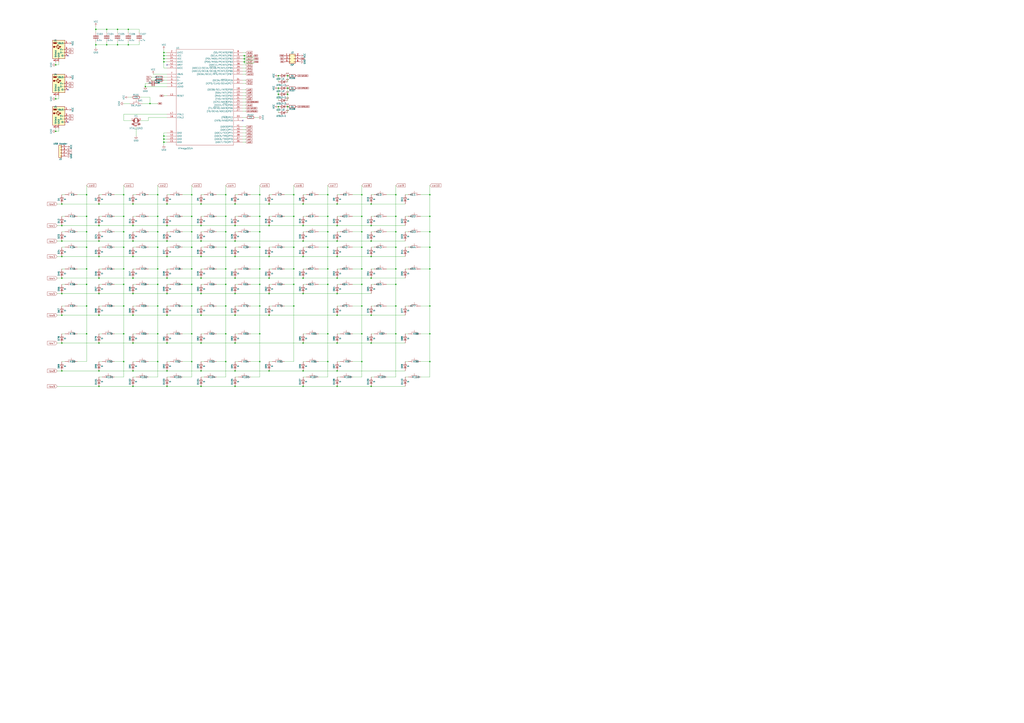
<source format=kicad_sch>
(kicad_sch (version 20201015) (generator eeschema)
  (paper "A1")
  (junction (at 45.72 53.34) (diameter 0.9144))
  (junction (at 45.72 81.28) (diameter 0.9144))
  (junction (at 45.72 107.95) (diameter 0.9144))
  (junction (at 50.8 167.64) (diameter 0.9144))
  (junction (at 50.8 185.42) (diameter 0.9144))
  (junction (at 50.8 198.12) (diameter 0.9144))
  (junction (at 50.8 210.82) (diameter 0.9144))
  (junction (at 50.8 228.6) (diameter 0.9144))
  (junction (at 50.8 241.3) (diameter 0.9144))
  (junction (at 50.8 259.08) (diameter 0.9144))
  (junction (at 50.8 281.94) (diameter 0.9144))
  (junction (at 50.8 304.8) (diameter 0.9144))
  (junction (at 71.12 160.02) (diameter 0.9144))
  (junction (at 71.12 177.8) (diameter 0.9144))
  (junction (at 71.12 190.5) (diameter 0.9144))
  (junction (at 71.12 203.2) (diameter 0.9144))
  (junction (at 71.12 220.98) (diameter 0.9144))
  (junction (at 71.12 233.68) (diameter 0.9144))
  (junction (at 71.12 251.46) (diameter 0.9144))
  (junction (at 71.12 274.32) (diameter 0.9144))
  (junction (at 78.74 24.13) (diameter 0.9144))
  (junction (at 78.74 36.83) (diameter 0.9144))
  (junction (at 81.28 167.64) (diameter 0.9144))
  (junction (at 81.28 185.42) (diameter 0.9144))
  (junction (at 81.28 198.12) (diameter 0.9144))
  (junction (at 81.28 210.82) (diameter 0.9144))
  (junction (at 81.28 228.6) (diameter 0.9144))
  (junction (at 81.28 241.3) (diameter 0.9144))
  (junction (at 81.28 259.08) (diameter 0.9144))
  (junction (at 81.28 281.94) (diameter 0.9144))
  (junction (at 81.28 304.8) (diameter 0.9144))
  (junction (at 81.28 317.5) (diameter 0.9144))
  (junction (at 87.63 24.13) (diameter 0.9144))
  (junction (at 87.63 36.83) (diameter 0.9144))
  (junction (at 96.52 24.13) (diameter 0.9144))
  (junction (at 96.52 36.83) (diameter 0.9144))
  (junction (at 101.6 160.02) (diameter 0.9144))
  (junction (at 101.6 177.8) (diameter 0.9144))
  (junction (at 101.6 190.5) (diameter 0.9144))
  (junction (at 101.6 203.2) (diameter 0.9144))
  (junction (at 101.6 220.98) (diameter 0.9144))
  (junction (at 101.6 233.68) (diameter 0.9144))
  (junction (at 101.6 251.46) (diameter 0.9144))
  (junction (at 101.6 274.32) (diameter 0.9144))
  (junction (at 101.6 297.18) (diameter 0.9144))
  (junction (at 105.41 24.13) (diameter 0.9144))
  (junction (at 105.41 36.83) (diameter 0.9144))
  (junction (at 109.22 167.64) (diameter 0.9144))
  (junction (at 109.22 185.42) (diameter 0.9144))
  (junction (at 109.22 198.12) (diameter 0.9144))
  (junction (at 109.22 210.82) (diameter 0.9144))
  (junction (at 109.22 228.6) (diameter 0.9144))
  (junction (at 109.22 241.3) (diameter 0.9144))
  (junction (at 109.22 259.08) (diameter 0.9144))
  (junction (at 109.22 281.94) (diameter 0.9144))
  (junction (at 109.22 304.8) (diameter 0.9144))
  (junction (at 109.22 317.5) (diameter 0.9144))
  (junction (at 119.38 71.12) (diameter 0.9144))
  (junction (at 123.19 85.09) (diameter 0.9144))
  (junction (at 129.54 160.02) (diameter 0.9144))
  (junction (at 129.54 177.8) (diameter 0.9144))
  (junction (at 129.54 190.5) (diameter 0.9144))
  (junction (at 129.54 203.2) (diameter 0.9144))
  (junction (at 129.54 220.98) (diameter 0.9144))
  (junction (at 129.54 233.68) (diameter 0.9144))
  (junction (at 129.54 251.46) (diameter 0.9144))
  (junction (at 129.54 274.32) (diameter 0.9144))
  (junction (at 129.54 297.18) (diameter 0.9144))
  (junction (at 134.62 43.18) (diameter 0.9144))
  (junction (at 134.62 45.72) (diameter 0.9144))
  (junction (at 134.62 48.26) (diameter 0.9144))
  (junction (at 134.62 50.8) (diameter 0.9144))
  (junction (at 134.62 111.76) (diameter 0.9144))
  (junction (at 134.62 114.3) (diameter 0.9144))
  (junction (at 134.62 116.84) (diameter 0.9144))
  (junction (at 137.16 167.64) (diameter 0.9144))
  (junction (at 137.16 185.42) (diameter 0.9144))
  (junction (at 137.16 198.12) (diameter 0.9144))
  (junction (at 137.16 210.82) (diameter 0.9144))
  (junction (at 137.16 228.6) (diameter 0.9144))
  (junction (at 137.16 241.3) (diameter 0.9144))
  (junction (at 137.16 259.08) (diameter 0.9144))
  (junction (at 137.16 281.94) (diameter 0.9144))
  (junction (at 137.16 304.8) (diameter 0.9144))
  (junction (at 137.16 317.5) (diameter 0.9144))
  (junction (at 157.48 160.02) (diameter 0.9144))
  (junction (at 157.48 177.8) (diameter 0.9144))
  (junction (at 157.48 190.5) (diameter 0.9144))
  (junction (at 157.48 203.2) (diameter 0.9144))
  (junction (at 157.48 220.98) (diameter 0.9144))
  (junction (at 157.48 233.68) (diameter 0.9144))
  (junction (at 157.48 251.46) (diameter 0.9144))
  (junction (at 157.48 274.32) (diameter 0.9144))
  (junction (at 157.48 297.18) (diameter 0.9144))
  (junction (at 165.1 167.64) (diameter 0.9144))
  (junction (at 165.1 185.42) (diameter 0.9144))
  (junction (at 165.1 198.12) (diameter 0.9144))
  (junction (at 165.1 210.82) (diameter 0.9144))
  (junction (at 165.1 228.6) (diameter 0.9144))
  (junction (at 165.1 241.3) (diameter 0.9144))
  (junction (at 165.1 259.08) (diameter 0.9144))
  (junction (at 165.1 281.94) (diameter 0.9144))
  (junction (at 165.1 304.8) (diameter 0.9144))
  (junction (at 165.1 317.5) (diameter 0.9144))
  (junction (at 185.42 160.02) (diameter 0.9144))
  (junction (at 185.42 177.8) (diameter 0.9144))
  (junction (at 185.42 190.5) (diameter 0.9144))
  (junction (at 185.42 203.2) (diameter 0.9144))
  (junction (at 185.42 220.98) (diameter 0.9144))
  (junction (at 185.42 233.68) (diameter 0.9144))
  (junction (at 185.42 251.46) (diameter 0.9144))
  (junction (at 185.42 274.32) (diameter 0.9144))
  (junction (at 185.42 297.18) (diameter 0.9144))
  (junction (at 193.04 167.64) (diameter 0.9144))
  (junction (at 193.04 185.42) (diameter 0.9144))
  (junction (at 193.04 198.12) (diameter 0.9144))
  (junction (at 193.04 210.82) (diameter 0.9144))
  (junction (at 193.04 228.6) (diameter 0.9144))
  (junction (at 193.04 241.3) (diameter 0.9144))
  (junction (at 193.04 259.08) (diameter 0.9144))
  (junction (at 193.04 281.94) (diameter 0.9144))
  (junction (at 193.04 304.8) (diameter 0.9144))
  (junction (at 193.04 317.5) (diameter 0.9144))
  (junction (at 200.66 45.72) (diameter 0.9144))
  (junction (at 200.66 48.26) (diameter 0.9144))
  (junction (at 200.66 50.8) (diameter 0.9144))
  (junction (at 213.36 160.02) (diameter 0.9144))
  (junction (at 213.36 177.8) (diameter 0.9144))
  (junction (at 213.36 190.5) (diameter 0.9144))
  (junction (at 213.36 203.2) (diameter 0.9144))
  (junction (at 213.36 220.98) (diameter 0.9144))
  (junction (at 213.36 233.68) (diameter 0.9144))
  (junction (at 213.36 251.46) (diameter 0.9144))
  (junction (at 213.36 274.32) (diameter 0.9144))
  (junction (at 213.36 297.18) (diameter 0.9144))
  (junction (at 220.98 167.64) (diameter 0.9144))
  (junction (at 220.98 185.42) (diameter 0.9144))
  (junction (at 220.98 210.82) (diameter 0.9144))
  (junction (at 220.98 228.6) (diameter 0.9144))
  (junction (at 220.98 241.3) (diameter 0.9144))
  (junction (at 220.98 259.08) (diameter 0.9144))
  (junction (at 220.98 304.8) (diameter 0.9144))
  (junction (at 228.6 62.23) (diameter 0.9144))
  (junction (at 228.6 72.39) (diameter 0.9144))
  (junction (at 228.6 77.47) (diameter 0.9144))
  (junction (at 228.6 87.63) (diameter 0.9144))
  (junction (at 236.22 62.23) (diameter 0.9144))
  (junction (at 236.22 72.39) (diameter 0.9144))
  (junction (at 236.22 77.47) (diameter 0.9144))
  (junction (at 236.22 87.63) (diameter 0.9144))
  (junction (at 241.3 160.02) (diameter 0.9144))
  (junction (at 241.3 177.8) (diameter 0.9144))
  (junction (at 241.3 203.2) (diameter 0.9144))
  (junction (at 241.3 220.98) (diameter 0.9144))
  (junction (at 241.3 233.68) (diameter 0.9144))
  (junction (at 241.3 251.46) (diameter 0.9144))
  (junction (at 248.92 167.64) (diameter 0.9144))
  (junction (at 248.92 185.42) (diameter 0.9144))
  (junction (at 248.92 198.12) (diameter 0.9144))
  (junction (at 248.92 210.82) (diameter 0.9144))
  (junction (at 248.92 228.6) (diameter 0.9144))
  (junction (at 248.92 241.3) (diameter 0.9144))
  (junction (at 248.92 281.94) (diameter 0.9144))
  (junction (at 248.92 304.8) (diameter 0.9144))
  (junction (at 248.92 317.5) (diameter 0.9144))
  (junction (at 269.24 160.02) (diameter 0.9144))
  (junction (at 269.24 177.8) (diameter 0.9144))
  (junction (at 269.24 190.5) (diameter 0.9144))
  (junction (at 269.24 203.2) (diameter 0.9144))
  (junction (at 269.24 220.98) (diameter 0.9144))
  (junction (at 269.24 233.68) (diameter 0.9144))
  (junction (at 269.24 274.32) (diameter 0.9144))
  (junction (at 269.24 297.18) (diameter 0.9144))
  (junction (at 276.86 167.64) (diameter 0.9144))
  (junction (at 276.86 185.42) (diameter 0.9144))
  (junction (at 276.86 198.12) (diameter 0.9144))
  (junction (at 276.86 210.82) (diameter 0.9144))
  (junction (at 276.86 228.6) (diameter 0.9144))
  (junction (at 276.86 241.3) (diameter 0.9144))
  (junction (at 276.86 259.08) (diameter 0.9144))
  (junction (at 276.86 281.94) (diameter 0.9144))
  (junction (at 276.86 304.8) (diameter 0.9144))
  (junction (at 276.86 317.5) (diameter 0.9144))
  (junction (at 297.18 160.02) (diameter 0.9144))
  (junction (at 297.18 177.8) (diameter 0.9144))
  (junction (at 297.18 190.5) (diameter 0.9144))
  (junction (at 297.18 203.2) (diameter 0.9144))
  (junction (at 297.18 220.98) (diameter 0.9144))
  (junction (at 297.18 233.68) (diameter 0.9144))
  (junction (at 297.18 251.46) (diameter 0.9144))
  (junction (at 297.18 274.32) (diameter 0.9144))
  (junction (at 297.18 297.18) (diameter 0.9144))
  (junction (at 304.8 167.64) (diameter 0.9144))
  (junction (at 304.8 185.42) (diameter 0.9144))
  (junction (at 304.8 198.12) (diameter 0.9144))
  (junction (at 304.8 210.82) (diameter 0.9144))
  (junction (at 304.8 228.6) (diameter 0.9144))
  (junction (at 304.8 259.08) (diameter 0.9144))
  (junction (at 304.8 281.94) (diameter 0.9144))
  (junction (at 304.8 317.5) (diameter 0.9144))
  (junction (at 325.12 160.02) (diameter 0.9144))
  (junction (at 325.12 177.8) (diameter 0.9144))
  (junction (at 325.12 190.5) (diameter 0.9144))
  (junction (at 325.12 203.2) (diameter 0.9144))
  (junction (at 325.12 220.98) (diameter 0.9144))
  (junction (at 325.12 233.68) (diameter 0.9144))
  (junction (at 325.12 251.46) (diameter 0.9144))
  (junction (at 325.12 274.32) (diameter 0.9144))
  (junction (at 353.06 160.02) (diameter 0.9144))
  (junction (at 353.06 177.8) (diameter 0.9144))
  (junction (at 353.06 190.5) (diameter 0.9144))
  (junction (at 353.06 203.2) (diameter 0.9144))
  (junction (at 353.06 220.98) (diameter 0.9144))
  (junction (at 353.06 251.46) (diameter 0.9144))
  (junction (at 353.06 274.32) (diameter 0.9144))
  (junction (at 353.06 297.18) (diameter 0.9144))
  (no_connect (at 137.16 53.34))
  (no_connect (at 55.88 73.66))
  (no_connect (at 199.39 99.06))
  (no_connect (at 55.88 45.72))
  (no_connect (at 55.88 100.33))
  (wire (pts (xy 45.72 50.8) (xy 45.72 53.34)))
  (wire (pts (xy 45.72 78.74) (xy 45.72 81.28)))
  (wire (pts (xy 45.72 105.41) (xy 45.72 107.95)))
  (wire (pts (xy 46.99 317.5) (xy 81.28 317.5)))
  (wire (pts (xy 48.26 50.8) (xy 48.26 53.34)))
  (wire (pts (xy 48.26 53.34) (xy 45.72 53.34)))
  (wire (pts (xy 48.26 78.74) (xy 48.26 81.28)))
  (wire (pts (xy 48.26 81.28) (xy 45.72 81.28)))
  (wire (pts (xy 48.26 105.41) (xy 48.26 107.95)))
  (wire (pts (xy 48.26 107.95) (xy 45.72 107.95)))
  (wire (pts (xy 50.8 160.02) (xy 53.34 160.02)))
  (wire (pts (xy 50.8 167.64) (xy 46.99 167.64)))
  (wire (pts (xy 50.8 177.8) (xy 53.34 177.8)))
  (wire (pts (xy 50.8 185.42) (xy 46.99 185.42)))
  (wire (pts (xy 50.8 190.5) (xy 53.34 190.5)))
  (wire (pts (xy 50.8 198.12) (xy 46.99 198.12)))
  (wire (pts (xy 50.8 198.12) (xy 81.28 198.12)))
  (wire (pts (xy 50.8 203.2) (xy 53.34 203.2)))
  (wire (pts (xy 50.8 210.82) (xy 46.99 210.82)))
  (wire (pts (xy 50.8 220.98) (xy 53.34 220.98)))
  (wire (pts (xy 50.8 228.6) (xy 46.99 228.6)))
  (wire (pts (xy 50.8 228.6) (xy 81.28 228.6)))
  (wire (pts (xy 50.8 233.68) (xy 53.34 233.68)))
  (wire (pts (xy 50.8 241.3) (xy 46.99 241.3)))
  (wire (pts (xy 50.8 251.46) (xy 53.34 251.46)))
  (wire (pts (xy 50.8 259.08) (xy 46.99 259.08)))
  (wire (pts (xy 50.8 274.32) (xy 53.34 274.32)))
  (wire (pts (xy 50.8 281.94) (xy 46.99 281.94)))
  (wire (pts (xy 50.8 281.94) (xy 81.28 281.94)))
  (wire (pts (xy 50.8 297.18) (xy 53.34 297.18)))
  (wire (pts (xy 50.8 304.8) (xy 46.99 304.8)))
  (wire (pts (xy 50.8 304.8) (xy 81.28 304.8)))
  (wire (pts (xy 63.5 160.02) (xy 71.12 160.02)))
  (wire (pts (xy 63.5 177.8) (xy 71.12 177.8)))
  (wire (pts (xy 63.5 190.5) (xy 71.12 190.5)))
  (wire (pts (xy 63.5 203.2) (xy 71.12 203.2)))
  (wire (pts (xy 63.5 220.98) (xy 71.12 220.98)))
  (wire (pts (xy 63.5 233.68) (xy 71.12 233.68)))
  (wire (pts (xy 63.5 251.46) (xy 71.12 251.46)))
  (wire (pts (xy 63.5 274.32) (xy 71.12 274.32)))
  (wire (pts (xy 63.5 297.18) (xy 71.12 297.18)))
  (wire (pts (xy 71.12 152.4) (xy 71.12 160.02)))
  (wire (pts (xy 71.12 160.02) (xy 71.12 177.8)))
  (wire (pts (xy 71.12 177.8) (xy 71.12 190.5)))
  (wire (pts (xy 71.12 190.5) (xy 71.12 203.2)))
  (wire (pts (xy 71.12 203.2) (xy 71.12 220.98)))
  (wire (pts (xy 71.12 220.98) (xy 71.12 233.68)))
  (wire (pts (xy 71.12 233.68) (xy 71.12 251.46)))
  (wire (pts (xy 71.12 251.46) (xy 71.12 274.32)))
  (wire (pts (xy 71.12 274.32) (xy 71.12 297.18)))
  (wire (pts (xy 78.74 21.59) (xy 78.74 24.13)))
  (wire (pts (xy 78.74 24.13) (xy 78.74 26.67)))
  (wire (pts (xy 78.74 24.13) (xy 87.63 24.13)))
  (wire (pts (xy 78.74 34.29) (xy 78.74 36.83)))
  (wire (pts (xy 78.74 36.83) (xy 78.74 39.37)))
  (wire (pts (xy 78.74 36.83) (xy 87.63 36.83)))
  (wire (pts (xy 81.28 160.02) (xy 83.82 160.02)))
  (wire (pts (xy 81.28 167.64) (xy 50.8 167.64)))
  (wire (pts (xy 81.28 177.8) (xy 83.82 177.8)))
  (wire (pts (xy 81.28 185.42) (xy 50.8 185.42)))
  (wire (pts (xy 81.28 190.5) (xy 83.82 190.5)))
  (wire (pts (xy 81.28 198.12) (xy 109.22 198.12)))
  (wire (pts (xy 81.28 203.2) (xy 83.82 203.2)))
  (wire (pts (xy 81.28 210.82) (xy 50.8 210.82)))
  (wire (pts (xy 81.28 220.98) (xy 83.82 220.98)))
  (wire (pts (xy 81.28 228.6) (xy 109.22 228.6)))
  (wire (pts (xy 81.28 233.68) (xy 83.82 233.68)))
  (wire (pts (xy 81.28 241.3) (xy 50.8 241.3)))
  (wire (pts (xy 81.28 251.46) (xy 83.82 251.46)))
  (wire (pts (xy 81.28 259.08) (xy 50.8 259.08)))
  (wire (pts (xy 81.28 274.32) (xy 83.82 274.32)))
  (wire (pts (xy 81.28 281.94) (xy 109.22 281.94)))
  (wire (pts (xy 81.28 297.18) (xy 83.82 297.18)))
  (wire (pts (xy 81.28 304.8) (xy 109.22 304.8)))
  (wire (pts (xy 81.28 309.88) (xy 83.82 309.88)))
  (wire (pts (xy 87.63 24.13) (xy 87.63 26.67)))
  (wire (pts (xy 87.63 24.13) (xy 96.52 24.13)))
  (wire (pts (xy 87.63 34.29) (xy 87.63 36.83)))
  (wire (pts (xy 87.63 36.83) (xy 96.52 36.83)))
  (wire (pts (xy 93.98 160.02) (xy 101.6 160.02)))
  (wire (pts (xy 93.98 177.8) (xy 101.6 177.8)))
  (wire (pts (xy 93.98 190.5) (xy 101.6 190.5)))
  (wire (pts (xy 93.98 203.2) (xy 101.6 203.2)))
  (wire (pts (xy 93.98 220.98) (xy 101.6 220.98)))
  (wire (pts (xy 93.98 233.68) (xy 101.6 233.68)))
  (wire (pts (xy 93.98 251.46) (xy 101.6 251.46)))
  (wire (pts (xy 93.98 274.32) (xy 101.6 274.32)))
  (wire (pts (xy 93.98 297.18) (xy 101.6 297.18)))
  (wire (pts (xy 93.98 309.88) (xy 101.6 309.88)))
  (wire (pts (xy 96.52 24.13) (xy 96.52 26.67)))
  (wire (pts (xy 96.52 24.13) (xy 105.41 24.13)))
  (wire (pts (xy 96.52 36.83) (xy 96.52 34.29)))
  (wire (pts (xy 96.52 36.83) (xy 105.41 36.83)))
  (wire (pts (xy 101.6 85.09) (xy 106.68 85.09)))
  (wire (pts (xy 101.6 93.98) (xy 101.6 99.06)))
  (wire (pts (xy 101.6 93.98) (xy 137.16 93.98)))
  (wire (pts (xy 101.6 99.06) (xy 107.95 99.06)))
  (wire (pts (xy 101.6 152.4) (xy 101.6 160.02)))
  (wire (pts (xy 101.6 160.02) (xy 101.6 177.8)))
  (wire (pts (xy 101.6 177.8) (xy 101.6 190.5)))
  (wire (pts (xy 101.6 190.5) (xy 101.6 203.2)))
  (wire (pts (xy 101.6 203.2) (xy 101.6 220.98)))
  (wire (pts (xy 101.6 220.98) (xy 101.6 233.68)))
  (wire (pts (xy 101.6 233.68) (xy 101.6 251.46)))
  (wire (pts (xy 101.6 251.46) (xy 101.6 274.32)))
  (wire (pts (xy 101.6 274.32) (xy 101.6 297.18)))
  (wire (pts (xy 101.6 297.18) (xy 101.6 309.88)))
  (wire (pts (xy 105.41 24.13) (xy 105.41 26.67)))
  (wire (pts (xy 105.41 24.13) (xy 114.3 24.13)))
  (wire (pts (xy 105.41 36.83) (xy 105.41 34.29)))
  (wire (pts (xy 105.41 36.83) (xy 114.3 36.83)))
  (wire (pts (xy 105.41 80.01) (xy 107.95 80.01)))
  (wire (pts (xy 109.22 160.02) (xy 111.76 160.02)))
  (wire (pts (xy 109.22 167.64) (xy 81.28 167.64)))
  (wire (pts (xy 109.22 177.8) (xy 111.76 177.8)))
  (wire (pts (xy 109.22 185.42) (xy 81.28 185.42)))
  (wire (pts (xy 109.22 190.5) (xy 111.76 190.5)))
  (wire (pts (xy 109.22 198.12) (xy 137.16 198.12)))
  (wire (pts (xy 109.22 203.2) (xy 111.76 203.2)))
  (wire (pts (xy 109.22 210.82) (xy 81.28 210.82)))
  (wire (pts (xy 109.22 220.98) (xy 111.76 220.98)))
  (wire (pts (xy 109.22 228.6) (xy 137.16 228.6)))
  (wire (pts (xy 109.22 233.68) (xy 111.76 233.68)))
  (wire (pts (xy 109.22 241.3) (xy 81.28 241.3)))
  (wire (pts (xy 109.22 251.46) (xy 111.76 251.46)))
  (wire (pts (xy 109.22 259.08) (xy 81.28 259.08)))
  (wire (pts (xy 109.22 274.32) (xy 111.76 274.32)))
  (wire (pts (xy 109.22 281.94) (xy 137.16 281.94)))
  (wire (pts (xy 109.22 297.18) (xy 111.76 297.18)))
  (wire (pts (xy 109.22 304.8) (xy 137.16 304.8)))
  (wire (pts (xy 109.22 309.88) (xy 111.76 309.88)))
  (wire (pts (xy 109.22 317.5) (xy 81.28 317.5)))
  (wire (pts (xy 111.76 104.14) (xy 111.76 111.76)))
  (wire (pts (xy 114.3 24.13) (xy 114.3 26.67)))
  (wire (pts (xy 114.3 36.83) (xy 114.3 34.29)))
  (wire (pts (xy 115.57 80.01) (xy 123.19 80.01)))
  (wire (pts (xy 115.57 99.06) (xy 121.92 99.06)))
  (wire (pts (xy 116.84 85.09) (xy 123.19 85.09)))
  (wire (pts (xy 119.38 68.58) (xy 119.38 71.12)))
  (wire (pts (xy 119.38 68.58) (xy 121.92 68.58)))
  (wire (pts (xy 119.38 71.12) (xy 137.16 71.12)))
  (wire (pts (xy 121.92 96.52) (xy 121.92 99.06)))
  (wire (pts (xy 121.92 160.02) (xy 129.54 160.02)))
  (wire (pts (xy 121.92 177.8) (xy 129.54 177.8)))
  (wire (pts (xy 121.92 190.5) (xy 129.54 190.5)))
  (wire (pts (xy 121.92 203.2) (xy 129.54 203.2)))
  (wire (pts (xy 121.92 220.98) (xy 129.54 220.98)))
  (wire (pts (xy 121.92 233.68) (xy 129.54 233.68)))
  (wire (pts (xy 121.92 251.46) (xy 129.54 251.46)))
  (wire (pts (xy 121.92 274.32) (xy 129.54 274.32)))
  (wire (pts (xy 121.92 297.18) (xy 129.54 297.18)))
  (wire (pts (xy 121.92 309.88) (xy 129.54 309.88)))
  (wire (pts (xy 123.19 80.01) (xy 123.19 85.09)))
  (wire (pts (xy 123.19 85.09) (xy 129.54 85.09)))
  (wire (pts (xy 124.46 63.5) (xy 127 63.5)))
  (wire (pts (xy 124.46 66.04) (xy 127 66.04)))
  (wire (pts (xy 125.73 60.96) (xy 137.16 60.96)))
  (wire (pts (xy 129.54 68.58) (xy 137.16 68.58)))
  (wire (pts (xy 129.54 160.02) (xy 129.54 152.4)))
  (wire (pts (xy 129.54 160.02) (xy 129.54 177.8)))
  (wire (pts (xy 129.54 177.8) (xy 129.54 190.5)))
  (wire (pts (xy 129.54 190.5) (xy 129.54 203.2)))
  (wire (pts (xy 129.54 203.2) (xy 129.54 220.98)))
  (wire (pts (xy 129.54 220.98) (xy 129.54 233.68)))
  (wire (pts (xy 129.54 233.68) (xy 129.54 251.46)))
  (wire (pts (xy 129.54 251.46) (xy 129.54 274.32)))
  (wire (pts (xy 129.54 274.32) (xy 129.54 297.18)))
  (wire (pts (xy 129.54 297.18) (xy 129.54 309.88)))
  (wire (pts (xy 134.62 40.64) (xy 134.62 43.18)))
  (wire (pts (xy 134.62 43.18) (xy 134.62 45.72)))
  (wire (pts (xy 134.62 45.72) (xy 134.62 48.26)))
  (wire (pts (xy 134.62 48.26) (xy 134.62 50.8)))
  (wire (pts (xy 134.62 50.8) (xy 134.62 55.88)))
  (wire (pts (xy 134.62 55.88) (xy 137.16 55.88)))
  (wire (pts (xy 134.62 63.5) (xy 137.16 63.5)))
  (wire (pts (xy 134.62 78.74) (xy 137.16 78.74)))
  (wire (pts (xy 134.62 109.22) (xy 134.62 111.76)))
  (wire (pts (xy 134.62 111.76) (xy 134.62 114.3)))
  (wire (pts (xy 134.62 111.76) (xy 137.16 111.76)))
  (wire (pts (xy 134.62 114.3) (xy 134.62 116.84)))
  (wire (pts (xy 134.62 114.3) (xy 137.16 114.3)))
  (wire (pts (xy 134.62 116.84) (xy 134.62 119.38)))
  (wire (pts (xy 137.16 43.18) (xy 134.62 43.18)))
  (wire (pts (xy 137.16 45.72) (xy 134.62 45.72)))
  (wire (pts (xy 137.16 48.26) (xy 134.62 48.26)))
  (wire (pts (xy 137.16 50.8) (xy 134.62 50.8)))
  (wire (pts (xy 137.16 66.04) (xy 134.62 66.04)))
  (wire (pts (xy 137.16 96.52) (xy 121.92 96.52)))
  (wire (pts (xy 137.16 109.22) (xy 134.62 109.22)))
  (wire (pts (xy 137.16 116.84) (xy 134.62 116.84)))
  (wire (pts (xy 137.16 160.02) (xy 139.7 160.02)))
  (wire (pts (xy 137.16 167.64) (xy 109.22 167.64)))
  (wire (pts (xy 137.16 177.8) (xy 139.7 177.8)))
  (wire (pts (xy 137.16 185.42) (xy 109.22 185.42)))
  (wire (pts (xy 137.16 190.5) (xy 139.7 190.5)))
  (wire (pts (xy 137.16 198.12) (xy 165.1 198.12)))
  (wire (pts (xy 137.16 203.2) (xy 139.7 203.2)))
  (wire (pts (xy 137.16 210.82) (xy 109.22 210.82)))
  (wire (pts (xy 137.16 220.98) (xy 139.7 220.98)))
  (wire (pts (xy 137.16 228.6) (xy 165.1 228.6)))
  (wire (pts (xy 137.16 233.68) (xy 139.7 233.68)))
  (wire (pts (xy 137.16 241.3) (xy 109.22 241.3)))
  (wire (pts (xy 137.16 251.46) (xy 139.7 251.46)))
  (wire (pts (xy 137.16 259.08) (xy 109.22 259.08)))
  (wire (pts (xy 137.16 274.32) (xy 139.7 274.32)))
  (wire (pts (xy 137.16 281.94) (xy 165.1 281.94)))
  (wire (pts (xy 137.16 297.18) (xy 139.7 297.18)))
  (wire (pts (xy 137.16 304.8) (xy 165.1 304.8)))
  (wire (pts (xy 137.16 309.88) (xy 139.7 309.88)))
  (wire (pts (xy 137.16 317.5) (xy 109.22 317.5)))
  (wire (pts (xy 149.86 160.02) (xy 157.48 160.02)))
  (wire (pts (xy 149.86 177.8) (xy 157.48 177.8)))
  (wire (pts (xy 149.86 190.5) (xy 157.48 190.5)))
  (wire (pts (xy 149.86 203.2) (xy 157.48 203.2)))
  (wire (pts (xy 149.86 220.98) (xy 157.48 220.98)))
  (wire (pts (xy 149.86 233.68) (xy 157.48 233.68)))
  (wire (pts (xy 149.86 251.46) (xy 157.48 251.46)))
  (wire (pts (xy 149.86 274.32) (xy 157.48 274.32)))
  (wire (pts (xy 149.86 297.18) (xy 157.48 297.18)))
  (wire (pts (xy 149.86 309.88) (xy 157.48 309.88)))
  (wire (pts (xy 157.48 160.02) (xy 157.48 152.4)))
  (wire (pts (xy 157.48 160.02) (xy 157.48 177.8)))
  (wire (pts (xy 157.48 177.8) (xy 157.48 190.5)))
  (wire (pts (xy 157.48 190.5) (xy 157.48 203.2)))
  (wire (pts (xy 157.48 203.2) (xy 157.48 220.98)))
  (wire (pts (xy 157.48 220.98) (xy 157.48 233.68)))
  (wire (pts (xy 157.48 233.68) (xy 157.48 251.46)))
  (wire (pts (xy 157.48 251.46) (xy 157.48 274.32)))
  (wire (pts (xy 157.48 274.32) (xy 157.48 297.18)))
  (wire (pts (xy 157.48 297.18) (xy 157.48 309.88)))
  (wire (pts (xy 165.1 160.02) (xy 167.64 160.02)))
  (wire (pts (xy 165.1 167.64) (xy 137.16 167.64)))
  (wire (pts (xy 165.1 177.8) (xy 167.64 177.8)))
  (wire (pts (xy 165.1 185.42) (xy 137.16 185.42)))
  (wire (pts (xy 165.1 190.5) (xy 167.64 190.5)))
  (wire (pts (xy 165.1 198.12) (xy 193.04 198.12)))
  (wire (pts (xy 165.1 203.2) (xy 167.64 203.2)))
  (wire (pts (xy 165.1 210.82) (xy 137.16 210.82)))
  (wire (pts (xy 165.1 220.98) (xy 167.64 220.98)))
  (wire (pts (xy 165.1 228.6) (xy 193.04 228.6)))
  (wire (pts (xy 165.1 233.68) (xy 167.64 233.68)))
  (wire (pts (xy 165.1 241.3) (xy 137.16 241.3)))
  (wire (pts (xy 165.1 251.46) (xy 167.64 251.46)))
  (wire (pts (xy 165.1 259.08) (xy 137.16 259.08)))
  (wire (pts (xy 165.1 274.32) (xy 167.64 274.32)))
  (wire (pts (xy 165.1 281.94) (xy 193.04 281.94)))
  (wire (pts (xy 165.1 297.18) (xy 167.64 297.18)))
  (wire (pts (xy 165.1 304.8) (xy 193.04 304.8)))
  (wire (pts (xy 165.1 309.88) (xy 167.64 309.88)))
  (wire (pts (xy 165.1 317.5) (xy 137.16 317.5)))
  (wire (pts (xy 177.8 160.02) (xy 185.42 160.02)))
  (wire (pts (xy 177.8 177.8) (xy 185.42 177.8)))
  (wire (pts (xy 177.8 190.5) (xy 185.42 190.5)))
  (wire (pts (xy 177.8 203.2) (xy 185.42 203.2)))
  (wire (pts (xy 177.8 220.98) (xy 185.42 220.98)))
  (wire (pts (xy 177.8 233.68) (xy 185.42 233.68)))
  (wire (pts (xy 177.8 251.46) (xy 185.42 251.46)))
  (wire (pts (xy 177.8 274.32) (xy 185.42 274.32)))
  (wire (pts (xy 177.8 297.18) (xy 185.42 297.18)))
  (wire (pts (xy 177.8 309.88) (xy 185.42 309.88)))
  (wire (pts (xy 185.42 160.02) (xy 185.42 152.4)))
  (wire (pts (xy 185.42 160.02) (xy 185.42 177.8)))
  (wire (pts (xy 185.42 177.8) (xy 185.42 190.5)))
  (wire (pts (xy 185.42 190.5) (xy 185.42 203.2)))
  (wire (pts (xy 185.42 203.2) (xy 185.42 220.98)))
  (wire (pts (xy 185.42 220.98) (xy 185.42 233.68)))
  (wire (pts (xy 185.42 233.68) (xy 185.42 251.46)))
  (wire (pts (xy 185.42 251.46) (xy 185.42 274.32)))
  (wire (pts (xy 185.42 274.32) (xy 185.42 297.18)))
  (wire (pts (xy 185.42 297.18) (xy 185.42 309.88)))
  (wire (pts (xy 193.04 160.02) (xy 195.58 160.02)))
  (wire (pts (xy 193.04 167.64) (xy 165.1 167.64)))
  (wire (pts (xy 193.04 177.8) (xy 195.58 177.8)))
  (wire (pts (xy 193.04 185.42) (xy 165.1 185.42)))
  (wire (pts (xy 193.04 190.5) (xy 195.58 190.5)))
  (wire (pts (xy 193.04 198.12) (xy 248.92 198.12)))
  (wire (pts (xy 193.04 203.2) (xy 195.58 203.2)))
  (wire (pts (xy 193.04 210.82) (xy 165.1 210.82)))
  (wire (pts (xy 193.04 220.98) (xy 195.58 220.98)))
  (wire (pts (xy 193.04 228.6) (xy 220.98 228.6)))
  (wire (pts (xy 193.04 233.68) (xy 195.58 233.68)))
  (wire (pts (xy 193.04 241.3) (xy 165.1 241.3)))
  (wire (pts (xy 193.04 251.46) (xy 195.58 251.46)))
  (wire (pts (xy 193.04 259.08) (xy 165.1 259.08)))
  (wire (pts (xy 193.04 274.32) (xy 195.58 274.32)))
  (wire (pts (xy 193.04 281.94) (xy 248.92 281.94)))
  (wire (pts (xy 193.04 297.18) (xy 195.58 297.18)))
  (wire (pts (xy 193.04 304.8) (xy 220.98 304.8)))
  (wire (pts (xy 193.04 309.88) (xy 195.58 309.88)))
  (wire (pts (xy 193.04 317.5) (xy 165.1 317.5)))
  (wire (pts (xy 193.04 317.5) (xy 248.92 317.5)))
  (wire (pts (xy 199.39 43.18) (xy 201.93 43.18)))
  (wire (pts (xy 199.39 55.88) (xy 201.93 55.88)))
  (wire (pts (xy 199.39 58.42) (xy 201.93 58.42)))
  (wire (pts (xy 199.39 60.96) (xy 201.93 60.96)))
  (wire (pts (xy 199.39 66.04) (xy 201.93 66.04)))
  (wire (pts (xy 199.39 68.58) (xy 201.93 68.58)))
  (wire (pts (xy 199.39 73.66) (xy 201.93 73.66)))
  (wire (pts (xy 199.39 76.2) (xy 201.93 76.2)))
  (wire (pts (xy 199.39 78.74) (xy 201.93 78.74)))
  (wire (pts (xy 199.39 81.28) (xy 201.93 81.28)))
  (wire (pts (xy 199.39 83.82) (xy 201.93 83.82)))
  (wire (pts (xy 199.39 86.36) (xy 201.93 86.36)))
  (wire (pts (xy 199.39 88.9) (xy 201.93 88.9)))
  (wire (pts (xy 199.39 91.44) (xy 201.93 91.44)))
  (wire (pts (xy 199.39 104.14) (xy 201.93 104.14)))
  (wire (pts (xy 199.39 109.22) (xy 201.93 109.22)))
  (wire (pts (xy 199.39 111.76) (xy 201.93 111.76)))
  (wire (pts (xy 199.39 114.3) (xy 201.93 114.3)))
  (wire (pts (xy 199.39 116.84) (xy 201.93 116.84)))
  (wire (pts (xy 200.66 45.72) (xy 199.39 45.72)))
  (wire (pts (xy 200.66 45.72) (xy 200.66 46.99)))
  (wire (pts (xy 200.66 48.26) (xy 199.39 48.26)))
  (wire (pts (xy 200.66 48.26) (xy 200.66 49.53)))
  (wire (pts (xy 200.66 49.53) (xy 208.28 49.53)))
  (wire (pts (xy 200.66 50.8) (xy 199.39 50.8)))
  (wire (pts (xy 200.66 50.8) (xy 200.66 52.07)))
  (wire (pts (xy 200.66 52.07) (xy 208.28 52.07)))
  (wire (pts (xy 201.93 45.72) (xy 200.66 45.72)))
  (wire (pts (xy 201.93 48.26) (xy 200.66 48.26)))
  (wire (pts (xy 201.93 50.8) (xy 200.66 50.8)))
  (wire (pts (xy 201.93 53.34) (xy 199.39 53.34)))
  (wire (pts (xy 201.93 96.52) (xy 199.39 96.52)))
  (wire (pts (xy 201.93 106.68) (xy 199.39 106.68)))
  (wire (pts (xy 205.74 160.02) (xy 213.36 160.02)))
  (wire (pts (xy 205.74 177.8) (xy 213.36 177.8)))
  (wire (pts (xy 205.74 190.5) (xy 213.36 190.5)))
  (wire (pts (xy 205.74 203.2) (xy 213.36 203.2)))
  (wire (pts (xy 205.74 220.98) (xy 213.36 220.98)))
  (wire (pts (xy 205.74 233.68) (xy 213.36 233.68)))
  (wire (pts (xy 205.74 251.46) (xy 213.36 251.46)))
  (wire (pts (xy 205.74 274.32) (xy 213.36 274.32)))
  (wire (pts (xy 205.74 297.18) (xy 213.36 297.18)))
  (wire (pts (xy 205.74 309.88) (xy 213.36 309.88)))
  (wire (pts (xy 208.28 46.99) (xy 200.66 46.99)))
  (wire (pts (xy 208.28 46.99) (xy 208.28 45.72)))
  (wire (pts (xy 208.28 49.53) (xy 208.28 48.26)))
  (wire (pts (xy 208.28 52.07) (xy 208.28 50.8)))
  (wire (pts (xy 209.55 96.52) (xy 212.09 96.52)))
  (wire (pts (xy 213.36 160.02) (xy 213.36 152.4)))
  (wire (pts (xy 213.36 160.02) (xy 213.36 177.8)))
  (wire (pts (xy 213.36 177.8) (xy 213.36 190.5)))
  (wire (pts (xy 213.36 190.5) (xy 213.36 203.2)))
  (wire (pts (xy 213.36 203.2) (xy 213.36 220.98)))
  (wire (pts (xy 213.36 220.98) (xy 213.36 233.68)))
  (wire (pts (xy 213.36 233.68) (xy 213.36 251.46)))
  (wire (pts (xy 213.36 251.46) (xy 213.36 274.32)))
  (wire (pts (xy 213.36 274.32) (xy 213.36 297.18)))
  (wire (pts (xy 213.36 297.18) (xy 213.36 309.88)))
  (wire (pts (xy 220.98 160.02) (xy 223.52 160.02)))
  (wire (pts (xy 220.98 167.64) (xy 193.04 167.64)))
  (wire (pts (xy 220.98 177.8) (xy 223.52 177.8)))
  (wire (pts (xy 220.98 185.42) (xy 193.04 185.42)))
  (wire (pts (xy 220.98 203.2) (xy 223.52 203.2)))
  (wire (pts (xy 220.98 210.82) (xy 193.04 210.82)))
  (wire (pts (xy 220.98 220.98) (xy 223.52 220.98)))
  (wire (pts (xy 220.98 228.6) (xy 248.92 228.6)))
  (wire (pts (xy 220.98 233.68) (xy 223.52 233.68)))
  (wire (pts (xy 220.98 241.3) (xy 193.04 241.3)))
  (wire (pts (xy 220.98 251.46) (xy 223.52 251.46)))
  (wire (pts (xy 220.98 259.08) (xy 193.04 259.08)))
  (wire (pts (xy 220.98 259.08) (xy 276.86 259.08)))
  (wire (pts (xy 220.98 297.18) (xy 223.52 297.18)))
  (wire (pts (xy 220.98 304.8) (xy 248.92 304.8)))
  (wire (pts (xy 228.6 67.31) (xy 228.6 62.23)))
  (wire (pts (xy 228.6 77.47) (xy 228.6 72.39)))
  (wire (pts (xy 228.6 82.55) (xy 228.6 77.47)))
  (wire (pts (xy 228.6 92.71) (xy 228.6 87.63)))
  (wire (pts (xy 233.68 160.02) (xy 241.3 160.02)))
  (wire (pts (xy 233.68 177.8) (xy 241.3 177.8)))
  (wire (pts (xy 233.68 203.2) (xy 241.3 203.2)))
  (wire (pts (xy 233.68 220.98) (xy 241.3 220.98)))
  (wire (pts (xy 233.68 233.68) (xy 241.3 233.68)))
  (wire (pts (xy 233.68 251.46) (xy 241.3 251.46)))
  (wire (pts (xy 233.68 297.18) (xy 241.3 297.18)))
  (wire (pts (xy 236.22 67.31) (xy 236.22 62.23)))
  (wire (pts (xy 236.22 77.47) (xy 236.22 72.39)))
  (wire (pts (xy 236.22 82.55) (xy 236.22 77.47)))
  (wire (pts (xy 236.22 92.71) (xy 236.22 87.63)))
  (wire (pts (xy 241.3 160.02) (xy 241.3 152.4)))
  (wire (pts (xy 241.3 160.02) (xy 241.3 177.8)))
  (wire (pts (xy 241.3 177.8) (xy 241.3 203.2)))
  (wire (pts (xy 241.3 203.2) (xy 241.3 220.98)))
  (wire (pts (xy 241.3 220.98) (xy 241.3 233.68)))
  (wire (pts (xy 241.3 233.68) (xy 241.3 251.46)))
  (wire (pts (xy 241.3 251.46) (xy 241.3 297.18)))
  (wire (pts (xy 248.92 160.02) (xy 251.46 160.02)))
  (wire (pts (xy 248.92 167.64) (xy 220.98 167.64)))
  (wire (pts (xy 248.92 177.8) (xy 251.46 177.8)))
  (wire (pts (xy 248.92 185.42) (xy 220.98 185.42)))
  (wire (pts (xy 248.92 190.5) (xy 251.46 190.5)))
  (wire (pts (xy 248.92 198.12) (xy 276.86 198.12)))
  (wire (pts (xy 248.92 203.2) (xy 251.46 203.2)))
  (wire (pts (xy 248.92 210.82) (xy 220.98 210.82)))
  (wire (pts (xy 248.92 220.98) (xy 251.46 220.98)))
  (wire (pts (xy 248.92 228.6) (xy 276.86 228.6)))
  (wire (pts (xy 248.92 233.68) (xy 251.46 233.68)))
  (wire (pts (xy 248.92 241.3) (xy 220.98 241.3)))
  (wire (pts (xy 248.92 274.32) (xy 251.46 274.32)))
  (wire (pts (xy 248.92 281.94) (xy 276.86 281.94)))
  (wire (pts (xy 248.92 297.18) (xy 251.46 297.18)))
  (wire (pts (xy 248.92 304.8) (xy 276.86 304.8)))
  (wire (pts (xy 248.92 309.88) (xy 251.46 309.88)))
  (wire (pts (xy 248.92 317.5) (xy 276.86 317.5)))
  (wire (pts (xy 261.62 160.02) (xy 269.24 160.02)))
  (wire (pts (xy 261.62 177.8) (xy 269.24 177.8)))
  (wire (pts (xy 261.62 190.5) (xy 269.24 190.5)))
  (wire (pts (xy 261.62 203.2) (xy 269.24 203.2)))
  (wire (pts (xy 261.62 220.98) (xy 269.24 220.98)))
  (wire (pts (xy 261.62 233.68) (xy 269.24 233.68)))
  (wire (pts (xy 261.62 274.32) (xy 269.24 274.32)))
  (wire (pts (xy 261.62 297.18) (xy 269.24 297.18)))
  (wire (pts (xy 261.62 309.88) (xy 269.24 309.88)))
  (wire (pts (xy 269.24 160.02) (xy 269.24 152.4)))
  (wire (pts (xy 269.24 160.02) (xy 269.24 177.8)))
  (wire (pts (xy 269.24 177.8) (xy 269.24 190.5)))
  (wire (pts (xy 269.24 190.5) (xy 269.24 203.2)))
  (wire (pts (xy 269.24 203.2) (xy 269.24 220.98)))
  (wire (pts (xy 269.24 220.98) (xy 269.24 233.68)))
  (wire (pts (xy 269.24 233.68) (xy 269.24 274.32)))
  (wire (pts (xy 269.24 274.32) (xy 269.24 297.18)))
  (wire (pts (xy 269.24 297.18) (xy 269.24 309.88)))
  (wire (pts (xy 276.86 160.02) (xy 279.4 160.02)))
  (wire (pts (xy 276.86 167.64) (xy 248.92 167.64)))
  (wire (pts (xy 276.86 177.8) (xy 279.4 177.8)))
  (wire (pts (xy 276.86 185.42) (xy 248.92 185.42)))
  (wire (pts (xy 276.86 190.5) (xy 279.4 190.5)))
  (wire (pts (xy 276.86 198.12) (xy 304.8 198.12)))
  (wire (pts (xy 276.86 203.2) (xy 279.4 203.2)))
  (wire (pts (xy 276.86 210.82) (xy 248.92 210.82)))
  (wire (pts (xy 276.86 220.98) (xy 279.4 220.98)))
  (wire (pts (xy 276.86 228.6) (xy 304.8 228.6)))
  (wire (pts (xy 276.86 233.68) (xy 279.4 233.68)))
  (wire (pts (xy 276.86 241.3) (xy 248.92 241.3)))
  (wire (pts (xy 276.86 251.46) (xy 279.4 251.46)))
  (wire (pts (xy 276.86 274.32) (xy 279.4 274.32)))
  (wire (pts (xy 276.86 281.94) (xy 304.8 281.94)))
  (wire (pts (xy 276.86 297.18) (xy 279.4 297.18)))
  (wire (pts (xy 276.86 304.8) (xy 332.74 304.8)))
  (wire (pts (xy 276.86 309.88) (xy 279.4 309.88)))
  (wire (pts (xy 276.86 317.5) (xy 304.8 317.5)))
  (wire (pts (xy 289.56 160.02) (xy 297.18 160.02)))
  (wire (pts (xy 289.56 177.8) (xy 297.18 177.8)))
  (wire (pts (xy 289.56 190.5) (xy 297.18 190.5)))
  (wire (pts (xy 289.56 203.2) (xy 297.18 203.2)))
  (wire (pts (xy 289.56 220.98) (xy 297.18 220.98)))
  (wire (pts (xy 289.56 233.68) (xy 297.18 233.68)))
  (wire (pts (xy 289.56 251.46) (xy 297.18 251.46)))
  (wire (pts (xy 289.56 274.32) (xy 297.18 274.32)))
  (wire (pts (xy 289.56 297.18) (xy 297.18 297.18)))
  (wire (pts (xy 289.56 309.88) (xy 297.18 309.88)))
  (wire (pts (xy 297.18 160.02) (xy 297.18 152.4)))
  (wire (pts (xy 297.18 160.02) (xy 297.18 177.8)))
  (wire (pts (xy 297.18 177.8) (xy 297.18 190.5)))
  (wire (pts (xy 297.18 190.5) (xy 297.18 203.2)))
  (wire (pts (xy 297.18 203.2) (xy 297.18 220.98)))
  (wire (pts (xy 297.18 220.98) (xy 297.18 233.68)))
  (wire (pts (xy 297.18 233.68) (xy 297.18 251.46)))
  (wire (pts (xy 297.18 251.46) (xy 297.18 274.32)))
  (wire (pts (xy 297.18 274.32) (xy 297.18 297.18)))
  (wire (pts (xy 297.18 297.18) (xy 297.18 309.88)))
  (wire (pts (xy 304.8 160.02) (xy 307.34 160.02)))
  (wire (pts (xy 304.8 167.64) (xy 276.86 167.64)))
  (wire (pts (xy 304.8 177.8) (xy 307.34 177.8)))
  (wire (pts (xy 304.8 185.42) (xy 276.86 185.42)))
  (wire (pts (xy 304.8 190.5) (xy 307.34 190.5)))
  (wire (pts (xy 304.8 198.12) (xy 332.74 198.12)))
  (wire (pts (xy 304.8 203.2) (xy 307.34 203.2)))
  (wire (pts (xy 304.8 210.82) (xy 276.86 210.82)))
  (wire (pts (xy 304.8 220.98) (xy 307.34 220.98)))
  (wire (pts (xy 304.8 228.6) (xy 332.74 228.6)))
  (wire (pts (xy 304.8 233.68) (xy 307.34 233.68)))
  (wire (pts (xy 304.8 241.3) (xy 276.86 241.3)))
  (wire (pts (xy 304.8 251.46) (xy 307.34 251.46)))
  (wire (pts (xy 304.8 259.08) (xy 276.86 259.08)))
  (wire (pts (xy 304.8 274.32) (xy 307.34 274.32)))
  (wire (pts (xy 304.8 281.94) (xy 332.74 281.94)))
  (wire (pts (xy 304.8 309.88) (xy 307.34 309.88)))
  (wire (pts (xy 317.5 160.02) (xy 325.12 160.02)))
  (wire (pts (xy 317.5 177.8) (xy 325.12 177.8)))
  (wire (pts (xy 317.5 190.5) (xy 325.12 190.5)))
  (wire (pts (xy 317.5 203.2) (xy 325.12 203.2)))
  (wire (pts (xy 317.5 220.98) (xy 325.12 220.98)))
  (wire (pts (xy 317.5 233.68) (xy 325.12 233.68)))
  (wire (pts (xy 317.5 251.46) (xy 325.12 251.46)))
  (wire (pts (xy 317.5 274.32) (xy 325.12 274.32)))
  (wire (pts (xy 317.5 309.88) (xy 325.12 309.88)))
  (wire (pts (xy 325.12 160.02) (xy 325.12 152.4)))
  (wire (pts (xy 325.12 160.02) (xy 325.12 177.8)))
  (wire (pts (xy 325.12 177.8) (xy 325.12 190.5)))
  (wire (pts (xy 325.12 190.5) (xy 325.12 203.2)))
  (wire (pts (xy 325.12 203.2) (xy 325.12 220.98)))
  (wire (pts (xy 325.12 220.98) (xy 325.12 233.68)))
  (wire (pts (xy 325.12 233.68) (xy 325.12 251.46)))
  (wire (pts (xy 325.12 251.46) (xy 325.12 274.32)))
  (wire (pts (xy 325.12 274.32) (xy 325.12 309.88)))
  (wire (pts (xy 332.74 160.02) (xy 335.28 160.02)))
  (wire (pts (xy 332.74 167.64) (xy 304.8 167.64)))
  (wire (pts (xy 332.74 177.8) (xy 335.28 177.8)))
  (wire (pts (xy 332.74 185.42) (xy 304.8 185.42)))
  (wire (pts (xy 332.74 190.5) (xy 335.28 190.5)))
  (wire (pts (xy 332.74 203.2) (xy 335.28 203.2)))
  (wire (pts (xy 332.74 210.82) (xy 304.8 210.82)))
  (wire (pts (xy 332.74 220.98) (xy 335.28 220.98)))
  (wire (pts (xy 332.74 251.46) (xy 335.28 251.46)))
  (wire (pts (xy 332.74 259.08) (xy 304.8 259.08)))
  (wire (pts (xy 332.74 274.32) (xy 335.28 274.32)))
  (wire (pts (xy 332.74 297.18) (xy 335.28 297.18)))
  (wire (pts (xy 332.74 309.88) (xy 335.28 309.88)))
  (wire (pts (xy 332.74 317.5) (xy 304.8 317.5)))
  (wire (pts (xy 345.44 160.02) (xy 353.06 160.02)))
  (wire (pts (xy 345.44 177.8) (xy 353.06 177.8)))
  (wire (pts (xy 345.44 190.5) (xy 353.06 190.5)))
  (wire (pts (xy 345.44 203.2) (xy 353.06 203.2)))
  (wire (pts (xy 345.44 220.98) (xy 353.06 220.98)))
  (wire (pts (xy 345.44 251.46) (xy 353.06 251.46)))
  (wire (pts (xy 345.44 274.32) (xy 353.06 274.32)))
  (wire (pts (xy 345.44 297.18) (xy 353.06 297.18)))
  (wire (pts (xy 345.44 309.88) (xy 353.06 309.88)))
  (wire (pts (xy 353.06 160.02) (xy 353.06 152.4)))
  (wire (pts (xy 353.06 160.02) (xy 353.06 177.8)))
  (wire (pts (xy 353.06 177.8) (xy 353.06 190.5)))
  (wire (pts (xy 353.06 190.5) (xy 353.06 203.2)))
  (wire (pts (xy 353.06 203.2) (xy 353.06 220.98)))
  (wire (pts (xy 353.06 220.98) (xy 353.06 251.46)))
  (wire (pts (xy 353.06 251.46) (xy 353.06 274.32)))
  (wire (pts (xy 353.06 274.32) (xy 353.06 297.18)))
  (wire (pts (xy 353.06 297.18) (xy 353.06 309.88)))
  (global_label "row0" (shape input) (at 46.99 167.64 180) (property "Intersheet References" "${INTERSHEET_REFS}" (effects hide)) (effects (font (size 1.4986 1.4986))))
  (global_label "row1" (shape input) (at 46.99 185.42 180) (property "Intersheet References" "${INTERSHEET_REFS}" (effects hide)) (effects (font (size 1.4986 1.4986))))
  (global_label "row2" (shape input) (at 46.99 198.12 180) (property "Intersheet References" "${INTERSHEET_REFS}" (effects hide)) (effects (font (size 1.4986 1.4986))))
  (global_label "row3" (shape input) (at 46.99 210.82 180) (property "Intersheet References" "${INTERSHEET_REFS}" (effects hide)) (effects (font (size 1.4986 1.4986))))
  (global_label "row4" (shape input) (at 46.99 228.6 180) (property "Intersheet References" "${INTERSHEET_REFS}" (effects hide)) (effects (font (size 1.4986 1.4986))))
  (global_label "row5" (shape input) (at 46.99 241.3 180) (property "Intersheet References" "${INTERSHEET_REFS}" (effects hide)) (effects (font (size 1.4986 1.4986))))
  (global_label "row6" (shape input) (at 46.99 259.08 180) (property "Intersheet References" "${INTERSHEET_REFS}" (effects hide)) (effects (font (size 1.4986 1.4986))))
  (global_label "row7" (shape input) (at 46.99 281.94 180) (property "Intersheet References" "${INTERSHEET_REFS}" (effects hide)) (effects (font (size 1.4986 1.4986))))
  (global_label "row8" (shape input) (at 46.99 304.8 180) (property "Intersheet References" "${INTERSHEET_REFS}" (effects hide)) (effects (font (size 1.4986 1.4986))))
  (global_label "row9" (shape input) (at 46.99 317.5 180) (property "Intersheet References" "${INTERSHEET_REFS}" (effects hide)) (effects (font (size 1.4986 1.4986))))
  (global_label "D-" (shape input) (at 54.61 123.19 0) (property "Intersheet References" "${INTERSHEET_REFS}" (effects hide)) (effects (font (size 0.9906 0.9906))))
  (global_label "D+" (shape input) (at 54.61 125.73 0) (property "Intersheet References" "${INTERSHEET_REFS}" (effects hide)) (effects (font (size 0.9906 0.9906))))
  (global_label "D+" (shape input) (at 55.88 40.64 0) (property "Intersheet References" "${INTERSHEET_REFS}" (effects hide)) (effects (font (size 0.9906 0.9906))))
  (global_label "D-" (shape input) (at 55.88 43.18 0) (property "Intersheet References" "${INTERSHEET_REFS}" (effects hide)) (effects (font (size 0.9906 0.9906))))
  (global_label "D+" (shape input) (at 55.88 68.58 0) (property "Intersheet References" "${INTERSHEET_REFS}" (effects hide)) (effects (font (size 0.9906 0.9906))))
  (global_label "D-" (shape input) (at 55.88 71.12 0) (property "Intersheet References" "${INTERSHEET_REFS}" (effects hide)) (effects (font (size 0.9906 0.9906))))
  (global_label "D+" (shape input) (at 55.88 95.25 0) (property "Intersheet References" "${INTERSHEET_REFS}" (effects hide)) (effects (font (size 0.9906 0.9906))))
  (global_label "D-" (shape input) (at 55.88 97.79 0) (property "Intersheet References" "${INTERSHEET_REFS}" (effects hide)) (effects (font (size 0.9906 0.9906))))
  (global_label "col0" (shape input) (at 71.12 152.4 0) (property "Intersheet References" "${INTERSHEET_REFS}" (effects hide)) (effects (font (size 1.4986 1.4986))))
  (global_label "col1" (shape input) (at 101.6 152.4 0) (property "Intersheet References" "${INTERSHEET_REFS}" (effects hide)) (effects (font (size 1.4986 1.4986))))
  (global_label "D+" (shape input) (at 124.46 63.5 180) (property "Intersheet References" "${INTERSHEET_REFS}" (effects hide)) (effects (font (size 0.9906 0.9906))))
  (global_label "D-" (shape input) (at 124.46 66.04 180) (property "Intersheet References" "${INTERSHEET_REFS}" (effects hide)) (effects (font (size 0.9906 0.9906))))
  (global_label "RST" (shape input) (at 129.54 85.09 0) (property "Intersheet References" "${INTERSHEET_REFS}" (effects hide)) (effects (font (size 0.7112 0.7112))))
  (global_label "col2" (shape input) (at 129.54 152.4 0) (property "Intersheet References" "${INTERSHEET_REFS}" (effects hide)) (effects (font (size 1.4986 1.4986))))
  (global_label "RST" (shape input) (at 134.62 78.74 180) (property "Intersheet References" "${INTERSHEET_REFS}" (effects hide)) (effects (font (size 0.7112 0.7112))))
  (global_label "col3" (shape input) (at 157.48 152.4 0) (property "Intersheet References" "${INTERSHEET_REFS}" (effects hide)) (effects (font (size 1.4986 1.4986))))
  (global_label "col4" (shape input) (at 185.42 152.4 0) (property "Intersheet References" "${INTERSHEET_REFS}" (effects hide)) (effects (font (size 1.4986 1.4986))))
  (global_label "row6" (shape input) (at 201.93 43.18 0) (property "Intersheet References" "${INTERSHEET_REFS}" (effects hide)) (effects (font (size 0.9906 0.9906))))
  (global_label "row8" (shape input) (at 201.93 45.72 0) (property "Intersheet References" "${INTERSHEET_REFS}" (effects hide)) (effects (font (size 0.9906 0.9906))))
  (global_label "row7" (shape input) (at 201.93 48.26 0) (property "Intersheet References" "${INTERSHEET_REFS}" (effects hide)) (effects (font (size 0.9906 0.9906))))
  (global_label "row9" (shape input) (at 201.93 50.8 0) (property "Intersheet References" "${INTERSHEET_REFS}" (effects hide)) (effects (font (size 0.9906 0.9906))))
  (global_label "row1" (shape input) (at 201.93 53.34 0) (property "Intersheet References" "${INTERSHEET_REFS}" (effects hide)) (effects (font (size 0.9906 0.9906))))
  (global_label "row2" (shape input) (at 201.93 55.88 0) (property "Intersheet References" "${INTERSHEET_REFS}" (effects hide)) (effects (font (size 0.9906 0.9906))))
  (global_label "row3" (shape input) (at 201.93 58.42 0) (property "Intersheet References" "${INTERSHEET_REFS}" (effects hide)) (effects (font (size 0.9906 0.9906))))
  (global_label "col10" (shape input) (at 201.93 60.96 0) (property "Intersheet References" "${INTERSHEET_REFS}" (effects hide)) (effects (font (size 0.9906 0.9906))))
  (global_label "row4" (shape input) (at 201.93 66.04 0) (property "Intersheet References" "${INTERSHEET_REFS}" (effects hide)) (effects (font (size 0.9906 0.9906))))
  (global_label "row5" (shape input) (at 201.93 68.58 0) (property "Intersheet References" "${INTERSHEET_REFS}" (effects hide)) (effects (font (size 0.9906 0.9906))))
  (global_label "col9" (shape input) (at 201.93 73.66 0) (property "Intersheet References" "${INTERSHEET_REFS}" (effects hide)) (effects (font (size 0.9906 0.9906))))
  (global_label "col8" (shape input) (at 201.93 76.2 0) (property "Intersheet References" "${INTERSHEET_REFS}" (effects hide)) (effects (font (size 0.9906 0.9906))))
  (global_label "col7" (shape input) (at 201.93 78.74 0) (property "Intersheet References" "${INTERSHEET_REFS}" (effects hide)) (effects (font (size 0.9906 0.9906))))
  (global_label "col6" (shape input) (at 201.93 81.28 0) (property "Intersheet References" "${INTERSHEET_REFS}" (effects hide)) (effects (font (size 0.9906 0.9906))))
  (global_label "LED-SCROLLOCK" (shape input) (at 201.93 83.82 0) (property "Intersheet References" "${INTERSHEET_REFS}" (effects hide)) (effects (font (size 0.7112 0.7112))))
  (global_label "row0" (shape input) (at 201.93 86.36 0) (property "Intersheet References" "${INTERSHEET_REFS}" (effects hide)) (effects (font (size 0.9906 0.9906))))
  (global_label "LED-NUMLOCK" (shape input) (at 201.93 88.9 0) (property "Intersheet References" "${INTERSHEET_REFS}" (effects hide)) (effects (font (size 0.7112 0.7112))))
  (global_label "LED-CAPSLOCK" (shape input) (at 201.93 91.44 0) (property "Intersheet References" "${INTERSHEET_REFS}" (effects hide)) (effects (font (size 0.7112 0.7112))))
  (global_label "col0" (shape input) (at 201.93 104.14 0) (property "Intersheet References" "${INTERSHEET_REFS}" (effects hide)) (effects (font (size 0.9906 0.9906))))
  (global_label "col1" (shape input) (at 201.93 106.68 0) (property "Intersheet References" "${INTERSHEET_REFS}" (effects hide)) (effects (font (size 0.9906 0.9906))))
  (global_label "col2" (shape input) (at 201.93 109.22 0) (property "Intersheet References" "${INTERSHEET_REFS}" (effects hide)) (effects (font (size 0.9906 0.9906))))
  (global_label "col3" (shape input) (at 201.93 111.76 0) (property "Intersheet References" "${INTERSHEET_REFS}" (effects hide)) (effects (font (size 0.9906 0.9906))))
  (global_label "col4" (shape input) (at 201.93 114.3 0) (property "Intersheet References" "${INTERSHEET_REFS}" (effects hide)) (effects (font (size 0.9906 0.9906))))
  (global_label "col5" (shape input) (at 201.93 116.84 0) (property "Intersheet References" "${INTERSHEET_REFS}" (effects hide)) (effects (font (size 0.9906 0.9906))))
  (global_label "SCK" (shape input) (at 208.28 45.72 0) (property "Intersheet References" "${INTERSHEET_REFS}" (effects hide)) (effects (font (size 0.7112 0.7112))))
  (global_label "MOSI" (shape input) (at 208.28 48.26 0) (property "Intersheet References" "${INTERSHEET_REFS}" (effects hide)) (effects (font (size 0.7112 0.7112))))
  (global_label "MISO" (shape input) (at 208.28 50.8 0) (property "Intersheet References" "${INTERSHEET_REFS}" (effects hide)) (effects (font (size 0.7112 0.7112))))
  (global_label "col5" (shape input) (at 213.36 152.4 0) (property "Intersheet References" "${INTERSHEET_REFS}" (effects hide)) (effects (font (size 1.4986 1.4986))))
  (global_label "MISO" (shape input) (at 233.68 45.72 180) (property "Intersheet References" "${INTERSHEET_REFS}" (effects hide)) (effects (font (size 0.7112 0.7112))))
  (global_label "SCK" (shape input) (at 233.68 48.26 180) (property "Intersheet References" "${INTERSHEET_REFS}" (effects hide)) (effects (font (size 0.7112 0.7112))))
  (global_label "RST" (shape input) (at 233.68 50.8 180) (property "Intersheet References" "${INTERSHEET_REFS}" (effects hide)) (effects (font (size 0.7112 0.7112))))
  (global_label "col6" (shape input) (at 241.3 152.4 0) (property "Intersheet References" "${INTERSHEET_REFS}" (effects hide)) (effects (font (size 1.4986 1.4986))))
  (global_label "LED-NUMLOCK" (shape input) (at 243.84 62.23 0) (property "Intersheet References" "${INTERSHEET_REFS}" (effects hide)) (effects (font (size 0.7112 0.7112))))
  (global_label "LED-CAPSLOCK" (shape input) (at 243.84 72.39 0) (property "Intersheet References" "${INTERSHEET_REFS}" (effects hide)) (effects (font (size 0.7112 0.7112))))
  (global_label "LED-SCROLLOCK" (shape input) (at 243.84 87.63 0) (property "Intersheet References" "${INTERSHEET_REFS}" (effects hide)) (effects (font (size 0.7112 0.7112))))
  (global_label "MOSI" (shape input) (at 246.38 48.26 0) (property "Intersheet References" "${INTERSHEET_REFS}" (effects hide)) (effects (font (size 0.7112 0.7112))))
  (global_label "col7" (shape input) (at 269.24 152.4 0) (property "Intersheet References" "${INTERSHEET_REFS}" (effects hide)) (effects (font (size 1.4986 1.4986))))
  (global_label "col8" (shape input) (at 297.18 152.4 0) (property "Intersheet References" "${INTERSHEET_REFS}" (effects hide)) (effects (font (size 1.4986 1.4986))))
  (global_label "col9" (shape input) (at 325.12 152.4 0) (property "Intersheet References" "${INTERSHEET_REFS}" (effects hide)) (effects (font (size 1.4986 1.4986))))
  (global_label "col10" (shape input) (at 353.06 152.4 0) (property "Intersheet References" "${INTERSHEET_REFS}" (effects hide)) (effects (font (size 1.4986 1.4986))))
  (symbol (lib_id "power:VCC") (at 54.61 120.65 270) (unit 1)
    (property "Reference" "#PWR016" (effects hide))
    (property "Value" "VCC" (at 58.42 120.65 0))
  )
  (symbol (lib_id "power:VCC") (at 55.88 35.56 270) (unit 1)
    (property "Reference" "#PWR0104" (effects hide))
    (property "Value" "VCC" (at 59.69 35.56 0))
  )
  (symbol (lib_id "power:VCC") (at 55.88 63.5 270) (unit 1)
    (property "Reference" "#PWR019" (effects hide))
    (property "Value" "VCC" (at 59.69 63.5 0))
  )
  (symbol (lib_id "power:VCC") (at 55.88 90.17 270) (unit 1)
    (property "Reference" "#PWR0101" (effects hide))
    (property "Value" "VCC" (at 59.69 90.17 0))
  )
  (symbol (lib_id "power:VCC") (at 78.74 21.59 0) (unit 1)
    (property "Reference" "#PWR02" (effects hide))
    (property "Value" "VCC" (at 78.74 17.78 0))
  )
  (symbol (lib_id "power:VCC") (at 105.41 80.01 90) (unit 1)
    (property "Reference" "#PWR04" (effects hide))
    (property "Value" "VCC" (at 101.6 80.01 0))
  )
  (symbol (lib_id "power:VCC") (at 125.73 60.96 0) (unit 1)
    (property "Reference" "#PWR021" (effects hide))
    (property "Value" "VCC" (at 125.73 57.15 0))
  )
  (symbol (lib_id "power:VCC") (at 134.62 40.64 0) (unit 1)
    (property "Reference" "#PWR08" (effects hide))
    (property "Value" "VCC" (at 134.62 36.83 0))
  )
  (symbol (lib_id "power:VCC") (at 228.6 62.23 90) (unit 1)
    (property "Reference" "#PWR012" (effects hide))
    (property "Value" "VCC" (at 224.79 62.23 0))
  )
  (symbol (lib_id "power:VCC") (at 228.6 72.39 90) (unit 1)
    (property "Reference" "#PWR013" (effects hide))
    (property "Value" "VCC" (at 224.79 72.39 0))
  )
  (symbol (lib_id "power:VCC") (at 228.6 87.63 90) (unit 1)
    (property "Reference" "#PWR014" (effects hide))
    (property "Value" "VCC" (at 224.79 87.63 0))
  )
  (symbol (lib_id "power:VCC") (at 246.38 45.72 270) (unit 1)
    (property "Reference" "#PWR011" (effects hide))
    (property "Value" "VCC" (at 250.19 45.72 0))
  )
  (symbol (lib_id "power:GND") (at 45.72 53.34 270) (mirror x) (unit 1)
    (property "Reference" "#PWR07" (effects hide))
    (property "Value" "GND" (at 41.91 53.34 0))
  )
  (symbol (lib_id "power:GND") (at 45.72 81.28 270) (unit 1)
    (property "Reference" "#PWR020" (effects hide))
    (property "Value" "GND" (at 41.91 81.28 0))
  )
  (symbol (lib_id "power:GND") (at 45.72 107.95 270) (unit 1)
    (property "Reference" "#PWR0102" (effects hide))
    (property "Value" "GND" (at 41.91 107.95 0))
  )
  (symbol (lib_id "power:GND") (at 54.61 128.27 90) (unit 1)
    (property "Reference" "#PWR015" (effects hide))
    (property "Value" "GND" (at 58.42 128.27 0))
  )
  (symbol (lib_id "power:GND") (at 78.74 39.37 0) (unit 1)
    (property "Reference" "#PWR03" (effects hide))
    (property "Value" "GND" (at 78.74 43.18 0))
  )
  (symbol (lib_id "power:GND") (at 101.6 85.09 270) (unit 1)
    (property "Reference" "#PWR05" (effects hide))
    (property "Value" "GND" (at 97.79 85.09 0))
  )
  (symbol (lib_id "power:GND") (at 111.76 111.76 0) (unit 1)
    (property "Reference" "#PWR01" (effects hide))
    (property "Value" "GND" (at 111.76 115.57 0))
  )
  (symbol (lib_id "power:GND") (at 119.38 71.12 0) (mirror y) (unit 1)
    (property "Reference" "#PWR0103" (effects hide))
    (property "Value" "GND" (at 119.38 74.93 0))
  )
  (symbol (lib_id "power:GND") (at 134.62 119.38 0) (unit 1)
    (property "Reference" "#PWR09" (effects hide))
    (property "Value" "GND" (at 134.62 123.19 0))
  )
  (symbol (lib_id "power:GND") (at 212.09 96.52 90) (unit 1)
    (property "Reference" "#PWR06" (effects hide))
    (property "Value" "GND" (at 215.9 96.52 0))
  )
  (symbol (lib_id "power:GND") (at 246.38 50.8 90) (unit 1)
    (property "Reference" "#PWR010" (effects hide))
    (property "Value" "GND" (at 250.19 50.8 0))
  )
  (symbol (lib_name "Device:R_1") (lib_id "Device:R") (at 111.76 80.01 90) (unit 1)
    (property "Reference" "R101" (at 111.76 77.978 90))
    (property "Value" "10k" (at 111.76 80.01 90))
    (property "Footprint" "Keeb_components:R_0805" (effects hide))
  )
  (symbol (lib_name "Device:R_2") (lib_id "Device:R") (at 130.81 63.5 90) (unit 1)
    (property "Reference" "R104" (at 129.3114 63.5 90) (effects (font (size 0.9906 0.9906))))
    (property "Value" "22" (at 132.1054 63.5 90) (effects (font (size 0.9906 0.9906))))
    (property "Footprint" "Keeb_components:R_0805" (effects hide))
  )
  (symbol (lib_name "Device:R_3") (lib_id "Device:R") (at 130.81 66.04 90) (unit 1)
    (property "Reference" "R103" (at 129.3114 66.04 90) (effects (font (size 0.9906 0.9906))))
    (property "Value" "22" (at 132.1054 66.04 90) (effects (font (size 0.9906 0.9906))))
    (property "Footprint" "Keeb_components:R_0805" (effects hide))
  )
  (symbol (lib_id "Device:R") (at 205.74 96.52 90) (unit 1)
    (property "Reference" "R102" (at 205.74 94.488 90))
    (property "Value" "10k" (at 205.74 96.52 90))
    (property "Footprint" "Keeb_components:R_0805" (effects hide))
  )
  (symbol (lib_name "Device:R_6") (lib_id "Device:R") (at 240.03 62.23 270) (unit 1)
    (property "Reference" "R106" (at 240.03 64.262 90))
    (property "Value" "1k" (at 240.03 62.23 90))
    (property "Footprint" "Keeb_components:R_0805" (effects hide))
  )
  (symbol (lib_name "Device:R_4") (lib_id "Device:R") (at 240.03 72.39 270) (unit 1)
    (property "Reference" "R107" (at 240.03 74.422 90))
    (property "Value" "1k" (at 240.03 72.39 90))
    (property "Footprint" "Keeb_components:R_0805" (effects hide))
  )
  (symbol (lib_name "Device:R_5") (lib_id "Device:R") (at 240.03 87.63 270) (unit 1)
    (property "Reference" "R108" (at 240.03 89.662 90))
    (property "Value" "1k" (at 240.03 87.63 90))
    (property "Footprint" "Keeb_components:R_0805" (effects hide))
  )
  (symbol (lib_id "Diode:CD4148W") (at 50.8 163.83 90) (unit 1)
    (property "Reference" "D1" (at 48.26 163.83 0))
    (property "Value" "D" (at 53.34 163.83 0))
    (property "Footprint" "Diode_SMD:D_0805_2012Metric" (effects hide))
  )
  (symbol (lib_id "Diode:CD4148W") (at 50.8 181.61 90) (unit 1)
    (property "Reference" "D12" (at 48.26 181.61 0))
    (property "Value" "D" (at 53.34 181.61 0))
    (property "Footprint" "Diode_SMD:D_0805_2012Metric" (effects hide))
  )
  (symbol (lib_id "Diode:CD4148W") (at 50.8 194.31 90) (unit 1)
    (property "Reference" "D23" (at 48.26 194.31 0))
    (property "Value" "D" (at 53.34 194.31 0))
    (property "Footprint" "Diode_SMD:D_0805_2012Metric" (effects hide))
  )
  (symbol (lib_id "Diode:CD4148W") (at 50.8 207.01 90) (unit 1)
    (property "Reference" "D34" (at 48.26 207.01 0))
    (property "Value" "D" (at 53.34 207.01 0))
    (property "Footprint" "Diode_SMD:D_0805_2012Metric" (effects hide))
  )
  (symbol (lib_id "Diode:CD4148W") (at 50.8 224.79 90) (unit 1)
    (property "Reference" "D45" (at 48.26 224.79 0))
    (property "Value" "D" (at 53.34 224.79 0))
    (property "Footprint" "Diode_SMD:D_0805_2012Metric" (effects hide))
  )
  (symbol (lib_id "Diode:CD4148W") (at 50.8 237.49 90) (unit 1)
    (property "Reference" "D56" (at 48.26 237.49 0))
    (property "Value" "D" (at 53.34 237.49 0))
    (property "Footprint" "Diode_SMD:D_0805_2012Metric" (effects hide))
  )
  (symbol (lib_id "Diode:CD4148W") (at 50.8 255.27 90) (unit 1)
    (property "Reference" "D67" (at 48.26 255.27 0))
    (property "Value" "D" (at 53.34 255.27 0))
    (property "Footprint" "Diode_SMD:D_0805_2012Metric" (effects hide))
  )
  (symbol (lib_id "Diode:CD4148W") (at 50.8 278.13 90) (unit 1)
    (property "Reference" "D78" (at 48.26 278.13 0))
    (property "Value" "D" (at 53.34 278.13 0))
    (property "Footprint" "Diode_SMD:D_0805_2012Metric" (effects hide))
  )
  (symbol (lib_id "Diode:CD4148W") (at 50.8 300.99 90) (unit 1)
    (property "Reference" "D89" (at 48.26 300.99 0))
    (property "Value" "D" (at 53.34 300.99 0))
    (property "Footprint" "Diode_SMD:D_0805_2012Metric" (effects hide))
  )
  (symbol (lib_id "Diode:CD4148W") (at 81.28 163.83 90) (unit 1)
    (property "Reference" "D2" (at 78.74 163.83 0))
    (property "Value" "D" (at 83.82 163.83 0))
    (property "Footprint" "Diode_SMD:D_0805_2012Metric" (effects hide))
  )
  (symbol (lib_id "Diode:CD4148W") (at 81.28 181.61 90) (unit 1)
    (property "Reference" "D13" (at 78.74 181.61 0))
    (property "Value" "D" (at 83.82 181.61 0))
    (property "Footprint" "Diode_SMD:D_0805_2012Metric" (effects hide))
  )
  (symbol (lib_id "Diode:CD4148W") (at 81.28 194.31 90) (unit 1)
    (property "Reference" "D24" (at 78.74 194.31 0))
    (property "Value" "D" (at 83.82 194.31 0))
    (property "Footprint" "Diode_SMD:D_0805_2012Metric" (effects hide))
  )
  (symbol (lib_id "Diode:CD4148W") (at 81.28 207.01 90) (unit 1)
    (property "Reference" "D35" (at 78.74 207.01 0))
    (property "Value" "D" (at 83.82 207.01 0))
    (property "Footprint" "Diode_SMD:D_0805_2012Metric" (effects hide))
  )
  (symbol (lib_id "Diode:CD4148W") (at 81.28 224.79 90) (unit 1)
    (property "Reference" "D46" (at 78.74 224.79 0))
    (property "Value" "D" (at 83.82 224.79 0))
    (property "Footprint" "Diode_SMD:D_0805_2012Metric" (effects hide))
  )
  (symbol (lib_id "Diode:CD4148W") (at 81.28 237.49 90) (unit 1)
    (property "Reference" "D57" (at 78.74 237.49 0))
    (property "Value" "D" (at 83.82 237.49 0))
    (property "Footprint" "Diode_SMD:D_0805_2012Metric" (effects hide))
  )
  (symbol (lib_id "Diode:CD4148W") (at 81.28 255.27 90) (unit 1)
    (property "Reference" "D68" (at 78.74 255.27 0))
    (property "Value" "D" (at 83.82 255.27 0))
    (property "Footprint" "Diode_SMD:D_0805_2012Metric" (effects hide))
  )
  (symbol (lib_id "Diode:CD4148W") (at 81.28 278.13 90) (unit 1)
    (property "Reference" "D79" (at 78.74 278.13 0))
    (property "Value" "D" (at 83.82 278.13 0))
    (property "Footprint" "Diode_SMD:D_0805_2012Metric" (effects hide))
  )
  (symbol (lib_id "Diode:CD4148W") (at 81.28 300.99 90) (unit 1)
    (property "Reference" "D90" (at 78.74 300.99 0))
    (property "Value" "D" (at 83.82 300.99 0))
    (property "Footprint" "Diode_SMD:D_0805_2012Metric" (effects hide))
  )
  (symbol (lib_id "Diode:CD4148W") (at 81.28 313.69 90) (unit 1)
    (property "Reference" "D101" (at 78.74 313.69 0))
    (property "Value" "D" (at 83.82 313.69 0))
    (property "Footprint" "Diode_SMD:D_0805_2012Metric" (effects hide))
  )
  (symbol (lib_id "Diode:CD4148W") (at 109.22 163.83 90) (unit 1)
    (property "Reference" "D3" (at 106.68 163.83 0))
    (property "Value" "D" (at 111.76 163.83 0))
    (property "Footprint" "Diode_SMD:D_0805_2012Metric" (effects hide))
  )
  (symbol (lib_id "Diode:CD4148W") (at 109.22 181.61 90) (unit 1)
    (property "Reference" "D14" (at 106.68 181.61 0))
    (property "Value" "D" (at 111.76 181.61 0))
    (property "Footprint" "Diode_SMD:D_0805_2012Metric" (effects hide))
  )
  (symbol (lib_id "Diode:CD4148W") (at 109.22 194.31 90) (unit 1)
    (property "Reference" "D25" (at 106.68 194.31 0))
    (property "Value" "D" (at 111.76 194.31 0))
    (property "Footprint" "Diode_SMD:D_0805_2012Metric" (effects hide))
  )
  (symbol (lib_id "Diode:CD4148W") (at 109.22 207.01 90) (unit 1)
    (property "Reference" "D36" (at 106.68 207.01 0))
    (property "Value" "D" (at 111.76 207.01 0))
    (property "Footprint" "Diode_SMD:D_0805_2012Metric" (effects hide))
  )
  (symbol (lib_id "Diode:CD4148W") (at 109.22 224.79 90) (unit 1)
    (property "Reference" "D47" (at 106.68 224.79 0))
    (property "Value" "D" (at 111.76 224.79 0))
    (property "Footprint" "Diode_SMD:D_0805_2012Metric" (effects hide))
  )
  (symbol (lib_id "Diode:CD4148W") (at 109.22 237.49 90) (unit 1)
    (property "Reference" "D58" (at 106.68 237.49 0))
    (property "Value" "D" (at 111.76 237.49 0))
    (property "Footprint" "Diode_SMD:D_0805_2012Metric" (effects hide))
  )
  (symbol (lib_id "Diode:CD4148W") (at 109.22 255.27 90) (unit 1)
    (property "Reference" "D69" (at 106.68 255.27 0))
    (property "Value" "D" (at 111.76 255.27 0))
    (property "Footprint" "Diode_SMD:D_0805_2012Metric" (effects hide))
  )
  (symbol (lib_id "Diode:CD4148W") (at 109.22 278.13 90) (unit 1)
    (property "Reference" "D80" (at 106.68 278.13 0))
    (property "Value" "D" (at 111.76 278.13 0))
    (property "Footprint" "Diode_SMD:D_0805_2012Metric" (effects hide))
  )
  (symbol (lib_id "Diode:CD4148W") (at 109.22 300.99 90) (unit 1)
    (property "Reference" "D91" (at 106.68 300.99 0))
    (property "Value" "D" (at 111.76 300.99 0))
    (property "Footprint" "Diode_SMD:D_0805_2012Metric" (effects hide))
  )
  (symbol (lib_id "Diode:CD4148W") (at 109.22 313.69 90) (unit 1)
    (property "Reference" "D102" (at 106.68 313.69 0))
    (property "Value" "D" (at 111.76 313.69 0))
    (property "Footprint" "Diode_SMD:D_0805_2012Metric" (effects hide))
  )
  (symbol (lib_id "Diode:CD4148W") (at 137.16 163.83 90) (unit 1)
    (property "Reference" "D4" (at 134.62 163.83 0))
    (property "Value" "D" (at 139.7 163.83 0))
    (property "Footprint" "Diode_SMD:D_0805_2012Metric" (effects hide))
  )
  (symbol (lib_id "Diode:CD4148W") (at 137.16 181.61 90) (unit 1)
    (property "Reference" "D15" (at 134.62 181.61 0))
    (property "Value" "D" (at 139.7 181.61 0))
    (property "Footprint" "Diode_SMD:D_0805_2012Metric" (effects hide))
  )
  (symbol (lib_id "Diode:CD4148W") (at 137.16 194.31 90) (unit 1)
    (property "Reference" "D26" (at 134.62 194.31 0))
    (property "Value" "D" (at 139.7 194.31 0))
    (property "Footprint" "Diode_SMD:D_0805_2012Metric" (effects hide))
  )
  (symbol (lib_id "Diode:CD4148W") (at 137.16 207.01 90) (unit 1)
    (property "Reference" "D37" (at 134.62 207.01 0))
    (property "Value" "D" (at 139.7 207.01 0))
    (property "Footprint" "Diode_SMD:D_0805_2012Metric" (effects hide))
  )
  (symbol (lib_id "Diode:CD4148W") (at 137.16 224.79 90) (unit 1)
    (property "Reference" "D48" (at 134.62 224.79 0))
    (property "Value" "D" (at 139.7 224.79 0))
    (property "Footprint" "Diode_SMD:D_0805_2012Metric" (effects hide))
  )
  (symbol (lib_id "Diode:CD4148W") (at 137.16 237.49 90) (unit 1)
    (property "Reference" "D59" (at 134.62 237.49 0))
    (property "Value" "D" (at 139.7 237.49 0))
    (property "Footprint" "Diode_SMD:D_0805_2012Metric" (effects hide))
  )
  (symbol (lib_id "Diode:CD4148W") (at 137.16 255.27 90) (unit 1)
    (property "Reference" "D70" (at 134.62 255.27 0))
    (property "Value" "D" (at 139.7 255.27 0))
    (property "Footprint" "Diode_SMD:D_0805_2012Metric" (effects hide))
  )
  (symbol (lib_id "Diode:CD4148W") (at 137.16 278.13 90) (unit 1)
    (property "Reference" "D81" (at 134.62 278.13 0))
    (property "Value" "D" (at 139.7 278.13 0))
    (property "Footprint" "Diode_SMD:D_0805_2012Metric" (effects hide))
  )
  (symbol (lib_id "Diode:CD4148W") (at 137.16 300.99 90) (unit 1)
    (property "Reference" "D92" (at 134.62 300.99 0))
    (property "Value" "D" (at 139.7 300.99 0))
    (property "Footprint" "Diode_SMD:D_0805_2012Metric" (effects hide))
  )
  (symbol (lib_id "Diode:CD4148W") (at 137.16 313.69 90) (unit 1)
    (property "Reference" "D103" (at 134.62 313.69 0))
    (property "Value" "D" (at 139.7 313.69 0))
    (property "Footprint" "Diode_SMD:D_0805_2012Metric" (effects hide))
  )
  (symbol (lib_id "Diode:CD4148W") (at 165.1 163.83 90) (unit 1)
    (property "Reference" "D5" (at 162.56 163.83 0))
    (property "Value" "D" (at 167.64 163.83 0))
    (property "Footprint" "Diode_SMD:D_0805_2012Metric" (effects hide))
  )
  (symbol (lib_id "Diode:CD4148W") (at 165.1 181.61 90) (unit 1)
    (property "Reference" "D16" (at 162.56 181.61 0))
    (property "Value" "D" (at 167.64 181.61 0))
    (property "Footprint" "Diode_SMD:D_0805_2012Metric" (effects hide))
  )
  (symbol (lib_id "Diode:CD4148W") (at 165.1 194.31 90) (unit 1)
    (property "Reference" "D27" (at 162.56 194.31 0))
    (property "Value" "D" (at 167.64 194.31 0))
    (property "Footprint" "Diode_SMD:D_0805_2012Metric" (effects hide))
  )
  (symbol (lib_id "Diode:CD4148W") (at 165.1 207.01 90) (unit 1)
    (property "Reference" "D38" (at 162.56 207.01 0))
    (property "Value" "D" (at 167.64 207.01 0))
    (property "Footprint" "Diode_SMD:D_0805_2012Metric" (effects hide))
  )
  (symbol (lib_id "Diode:CD4148W") (at 165.1 224.79 90) (unit 1)
    (property "Reference" "D49" (at 162.56 224.79 0))
    (property "Value" "D" (at 167.64 224.79 0))
    (property "Footprint" "Diode_SMD:D_0805_2012Metric" (effects hide))
  )
  (symbol (lib_id "Diode:CD4148W") (at 165.1 237.49 90) (unit 1)
    (property "Reference" "D60" (at 162.56 237.49 0))
    (property "Value" "D" (at 167.64 237.49 0))
    (property "Footprint" "Diode_SMD:D_0805_2012Metric" (effects hide))
  )
  (symbol (lib_id "Diode:CD4148W") (at 165.1 255.27 90) (unit 1)
    (property "Reference" "D71" (at 162.56 255.27 0))
    (property "Value" "D" (at 167.64 255.27 0))
    (property "Footprint" "Diode_SMD:D_0805_2012Metric" (effects hide))
  )
  (symbol (lib_id "Diode:CD4148W") (at 165.1 278.13 90) (unit 1)
    (property "Reference" "D82" (at 162.56 278.13 0))
    (property "Value" "D" (at 167.64 278.13 0))
    (property "Footprint" "Diode_SMD:D_0805_2012Metric" (effects hide))
  )
  (symbol (lib_id "Diode:CD4148W") (at 165.1 300.99 90) (unit 1)
    (property "Reference" "D93" (at 162.56 300.99 0))
    (property "Value" "D" (at 167.64 300.99 0))
    (property "Footprint" "Diode_SMD:D_0805_2012Metric" (effects hide))
  )
  (symbol (lib_id "Diode:CD4148W") (at 165.1 313.69 90) (unit 1)
    (property "Reference" "D104" (at 162.56 313.69 0))
    (property "Value" "D" (at 167.64 313.69 0))
    (property "Footprint" "Diode_SMD:D_0805_2012Metric" (effects hide))
  )
  (symbol (lib_id "Diode:CD4148W") (at 193.04 163.83 90) (unit 1)
    (property "Reference" "D6" (at 190.5 163.83 0))
    (property "Value" "D" (at 195.58 163.83 0))
    (property "Footprint" "Diode_SMD:D_0805_2012Metric" (effects hide))
  )
  (symbol (lib_id "Diode:CD4148W") (at 193.04 181.61 90) (unit 1)
    (property "Reference" "D17" (at 190.5 181.61 0))
    (property "Value" "D" (at 195.58 181.61 0))
    (property "Footprint" "Diode_SMD:D_0805_2012Metric" (effects hide))
  )
  (symbol (lib_id "Diode:CD4148W") (at 193.04 194.31 90) (unit 1)
    (property "Reference" "D28" (at 190.5 194.31 0))
    (property "Value" "D" (at 195.58 194.31 0))
    (property "Footprint" "Diode_SMD:D_0805_2012Metric" (effects hide))
  )
  (symbol (lib_id "Diode:CD4148W") (at 193.04 207.01 90) (unit 1)
    (property "Reference" "D39" (at 190.5 207.01 0))
    (property "Value" "D" (at 195.58 207.01 0))
    (property "Footprint" "Diode_SMD:D_0805_2012Metric" (effects hide))
  )
  (symbol (lib_id "Diode:CD4148W") (at 193.04 224.79 90) (unit 1)
    (property "Reference" "D50" (at 190.5 224.79 0))
    (property "Value" "D" (at 195.58 224.79 0))
    (property "Footprint" "Diode_SMD:D_0805_2012Metric" (effects hide))
  )
  (symbol (lib_id "Diode:CD4148W") (at 193.04 237.49 90) (unit 1)
    (property "Reference" "D61" (at 190.5 237.49 0))
    (property "Value" "D" (at 195.58 237.49 0))
    (property "Footprint" "Diode_SMD:D_0805_2012Metric" (effects hide))
  )
  (symbol (lib_id "Diode:CD4148W") (at 193.04 255.27 90) (unit 1)
    (property "Reference" "D72" (at 190.5 255.27 0))
    (property "Value" "D" (at 195.58 255.27 0))
    (property "Footprint" "Diode_SMD:D_0805_2012Metric" (effects hide))
  )
  (symbol (lib_id "Diode:CD4148W") (at 193.04 278.13 90) (unit 1)
    (property "Reference" "D83" (at 190.5 278.13 0))
    (property "Value" "D" (at 195.58 278.13 0))
    (property "Footprint" "Diode_SMD:D_0805_2012Metric" (effects hide))
  )
  (symbol (lib_id "Diode:CD4148W") (at 193.04 300.99 90) (unit 1)
    (property "Reference" "D94" (at 190.5 300.99 0))
    (property "Value" "D" (at 195.58 300.99 0))
    (property "Footprint" "Diode_SMD:D_0805_2012Metric" (effects hide))
  )
  (symbol (lib_id "Diode:CD4148W") (at 193.04 313.69 90) (unit 1)
    (property "Reference" "D105" (at 190.5 313.69 0))
    (property "Value" "D" (at 195.58 313.69 0))
    (property "Footprint" "Diode_SMD:D_0805_2012Metric" (effects hide))
  )
  (symbol (lib_id "Diode:CD4148W") (at 220.98 163.83 90) (unit 1)
    (property "Reference" "D7" (at 218.44 163.83 0))
    (property "Value" "D" (at 223.52 163.83 0))
    (property "Footprint" "Diode_SMD:D_0805_2012Metric" (effects hide))
  )
  (symbol (lib_id "Diode:CD4148W") (at 220.98 181.61 90) (unit 1)
    (property "Reference" "D18" (at 218.44 181.61 0))
    (property "Value" "D" (at 223.52 181.61 0))
    (property "Footprint" "Diode_SMD:D_0805_2012Metric" (effects hide))
  )
  (symbol (lib_id "Diode:CD4148W") (at 220.98 207.01 90) (unit 1)
    (property "Reference" "D40" (at 218.44 207.01 0))
    (property "Value" "D" (at 223.52 207.01 0))
    (property "Footprint" "Diode_SMD:D_0805_2012Metric" (effects hide))
  )
  (symbol (lib_id "Diode:CD4148W") (at 220.98 224.79 90) (unit 1)
    (property "Reference" "D51" (at 218.44 224.79 0))
    (property "Value" "D" (at 223.52 224.79 0))
    (property "Footprint" "Diode_SMD:D_0805_2012Metric" (effects hide))
  )
  (symbol (lib_id "Diode:CD4148W") (at 220.98 237.49 90) (unit 1)
    (property "Reference" "D62" (at 218.44 237.49 0))
    (property "Value" "D" (at 223.52 237.49 0))
    (property "Footprint" "Diode_SMD:D_0805_2012Metric" (effects hide))
  )
  (symbol (lib_id "Diode:CD4148W") (at 220.98 255.27 90) (unit 1)
    (property "Reference" "D73" (at 218.44 255.27 0))
    (property "Value" "D" (at 223.52 255.27 0))
    (property "Footprint" "Diode_SMD:D_0805_2012Metric" (effects hide))
  )
  (symbol (lib_id "Diode:CD4148W") (at 220.98 300.99 90) (unit 1)
    (property "Reference" "D95" (at 218.44 300.99 0))
    (property "Value" "D" (at 223.52 300.99 0))
    (property "Footprint" "Diode_SMD:D_0805_2012Metric" (effects hide))
  )
  (symbol (lib_id "Diode:CD4148W") (at 248.92 163.83 90) (unit 1)
    (property "Reference" "D8" (at 246.38 163.83 0))
    (property "Value" "D" (at 251.46 163.83 0))
    (property "Footprint" "Diode_SMD:D_0805_2012Metric" (effects hide))
  )
  (symbol (lib_id "Diode:CD4148W") (at 248.92 181.61 90) (unit 1)
    (property "Reference" "D19" (at 246.38 181.61 0))
    (property "Value" "D" (at 251.46 181.61 0))
    (property "Footprint" "Diode_SMD:D_0805_2012Metric" (effects hide))
  )
  (symbol (lib_id "Diode:CD4148W") (at 248.92 194.31 90) (unit 1)
    (property "Reference" "D30" (at 246.38 194.31 0))
    (property "Value" "D" (at 251.46 194.31 0))
    (property "Footprint" "Diode_SMD:D_0805_2012Metric" (effects hide))
  )
  (symbol (lib_id "Diode:CD4148W") (at 248.92 207.01 90) (unit 1)
    (property "Reference" "D41" (at 246.38 207.01 0))
    (property "Value" "D" (at 251.46 207.01 0))
    (property "Footprint" "Diode_SMD:D_0805_2012Metric" (effects hide))
  )
  (symbol (lib_id "Diode:CD4148W") (at 248.92 224.79 90) (unit 1)
    (property "Reference" "D52" (at 246.38 224.79 0))
    (property "Value" "D" (at 251.46 224.79 0))
    (property "Footprint" "Diode_SMD:D_0805_2012Metric" (effects hide))
  )
  (symbol (lib_id "Diode:CD4148W") (at 248.92 237.49 90) (unit 1)
    (property "Reference" "D63" (at 246.38 237.49 0))
    (property "Value" "D" (at 251.46 237.49 0))
    (property "Footprint" "Diode_SMD:D_0805_2012Metric" (effects hide))
  )
  (symbol (lib_id "Diode:CD4148W") (at 248.92 278.13 90) (unit 1)
    (property "Reference" "D85" (at 246.38 278.13 0))
    (property "Value" "D" (at 251.46 278.13 0))
    (property "Footprint" "Diode_SMD:D_0805_2012Metric" (effects hide))
  )
  (symbol (lib_id "Diode:CD4148W") (at 248.92 300.99 90) (unit 1)
    (property "Reference" "D96" (at 246.38 300.99 0))
    (property "Value" "D" (at 251.46 300.99 0))
    (property "Footprint" "Diode_SMD:D_0805_2012Metric" (effects hide))
  )
  (symbol (lib_id "Diode:CD4148W") (at 248.92 313.69 90) (unit 1)
    (property "Reference" "D107" (at 246.38 313.69 0))
    (property "Value" "D" (at 251.46 313.69 0))
    (property "Footprint" "Diode_SMD:D_0805_2012Metric" (effects hide))
  )
  (symbol (lib_id "Diode:CD4148W") (at 276.86 163.83 90) (unit 1)
    (property "Reference" "D9" (at 274.32 163.83 0))
    (property "Value" "D" (at 279.4 163.83 0))
    (property "Footprint" "Diode_SMD:D_0805_2012Metric" (effects hide))
  )
  (symbol (lib_id "Diode:CD4148W") (at 276.86 181.61 90) (unit 1)
    (property "Reference" "D20" (at 274.32 181.61 0))
    (property "Value" "D" (at 279.4 181.61 0))
    (property "Footprint" "Diode_SMD:D_0805_2012Metric" (effects hide))
  )
  (symbol (lib_id "Diode:CD4148W") (at 276.86 194.31 90) (unit 1)
    (property "Reference" "D31" (at 274.32 194.31 0))
    (property "Value" "D" (at 279.4 194.31 0))
    (property "Footprint" "Diode_SMD:D_0805_2012Metric" (effects hide))
  )
  (symbol (lib_id "Diode:CD4148W") (at 276.86 207.01 90) (unit 1)
    (property "Reference" "D42" (at 274.32 207.01 0))
    (property "Value" "D" (at 279.4 207.01 0))
    (property "Footprint" "Diode_SMD:D_0805_2012Metric" (effects hide))
  )
  (symbol (lib_id "Diode:CD4148W") (at 276.86 224.79 90) (unit 1)
    (property "Reference" "D53" (at 274.32 224.79 0))
    (property "Value" "D" (at 279.4 224.79 0))
    (property "Footprint" "Diode_SMD:D_0805_2012Metric" (effects hide))
  )
  (symbol (lib_id "Diode:CD4148W") (at 276.86 237.49 90) (unit 1)
    (property "Reference" "D64" (at 274.32 237.49 0))
    (property "Value" "D" (at 279.4 237.49 0))
    (property "Footprint" "Diode_SMD:D_0805_2012Metric" (effects hide))
  )
  (symbol (lib_id "Diode:CD4148W") (at 276.86 255.27 90) (unit 1)
    (property "Reference" "D75" (at 274.32 255.27 0))
    (property "Value" "D" (at 279.4 255.27 0))
    (property "Footprint" "Diode_SMD:D_0805_2012Metric" (effects hide))
  )
  (symbol (lib_id "Diode:CD4148W") (at 276.86 278.13 90) (unit 1)
    (property "Reference" "D86" (at 274.32 278.13 0))
    (property "Value" "D" (at 279.4 278.13 0))
    (property "Footprint" "Diode_SMD:D_0805_2012Metric" (effects hide))
  )
  (symbol (lib_id "Diode:CD4148W") (at 276.86 300.99 90) (unit 1)
    (property "Reference" "D97" (at 274.32 300.99 0))
    (property "Value" "D" (at 279.4 300.99 0))
    (property "Footprint" "Diode_SMD:D_0805_2012Metric" (effects hide))
  )
  (symbol (lib_id "Diode:CD4148W") (at 276.86 313.69 90) (unit 1)
    (property "Reference" "D108" (at 274.32 313.69 0))
    (property "Value" "D" (at 279.4 313.69 0))
    (property "Footprint" "Diode_SMD:D_0805_2012Metric" (effects hide))
  )
  (symbol (lib_id "Diode:CD4148W") (at 304.8 163.83 90) (unit 1)
    (property "Reference" "D10" (at 302.26 163.83 0))
    (property "Value" "D" (at 307.34 163.83 0))
    (property "Footprint" "Diode_SMD:D_0805_2012Metric" (effects hide))
  )
  (symbol (lib_id "Diode:CD4148W") (at 304.8 181.61 90) (unit 1)
    (property "Reference" "D21" (at 302.26 181.61 0))
    (property "Value" "D" (at 307.34 181.61 0))
    (property "Footprint" "Diode_SMD:D_0805_2012Metric" (effects hide))
  )
  (symbol (lib_id "Diode:CD4148W") (at 304.8 194.31 90) (unit 1)
    (property "Reference" "D32" (at 302.26 194.31 0))
    (property "Value" "D" (at 307.34 194.31 0))
    (property "Footprint" "Diode_SMD:D_0805_2012Metric" (effects hide))
  )
  (symbol (lib_id "Diode:CD4148W") (at 304.8 207.01 90) (unit 1)
    (property "Reference" "D43" (at 302.26 207.01 0))
    (property "Value" "D" (at 307.34 207.01 0))
    (property "Footprint" "Diode_SMD:D_0805_2012Metric" (effects hide))
  )
  (symbol (lib_id "Diode:CD4148W") (at 304.8 224.79 90) (unit 1)
    (property "Reference" "D54" (at 302.26 224.79 0))
    (property "Value" "D" (at 307.34 224.79 0))
    (property "Footprint" "Diode_SMD:D_0805_2012Metric" (effects hide))
  )
  (symbol (lib_id "Diode:CD4148W") (at 304.8 237.49 90) (unit 1)
    (property "Reference" "D65" (at 302.26 237.49 0))
    (property "Value" "D" (at 307.34 237.49 0))
    (property "Footprint" "Diode_SMD:D_0805_2012Metric" (effects hide))
  )
  (symbol (lib_id "Diode:CD4148W") (at 304.8 255.27 90) (unit 1)
    (property "Reference" "D76" (at 302.26 255.27 0))
    (property "Value" "D" (at 307.34 255.27 0))
    (property "Footprint" "Diode_SMD:D_0805_2012Metric" (effects hide))
  )
  (symbol (lib_id "Diode:CD4148W") (at 304.8 278.13 90) (unit 1)
    (property "Reference" "D87" (at 302.26 278.13 0))
    (property "Value" "D" (at 307.34 278.13 0))
    (property "Footprint" "Diode_SMD:D_0805_2012Metric" (effects hide))
  )
  (symbol (lib_id "Diode:CD4148W") (at 304.8 313.69 90) (unit 1)
    (property "Reference" "D109" (at 302.26 313.69 0))
    (property "Value" "D" (at 307.34 313.69 0))
    (property "Footprint" "Diode_SMD:D_0805_2012Metric" (effects hide))
  )
  (symbol (lib_id "Diode:CD4148W") (at 332.74 163.83 90) (unit 1)
    (property "Reference" "D11" (at 330.2 163.83 0))
    (property "Value" "D" (at 335.28 163.83 0))
    (property "Footprint" "Diode_SMD:D_0805_2012Metric" (effects hide))
  )
  (symbol (lib_id "Diode:CD4148W") (at 332.74 181.61 90) (unit 1)
    (property "Reference" "D22" (at 330.2 181.61 0))
    (property "Value" "D" (at 335.28 181.61 0))
    (property "Footprint" "Diode_SMD:D_0805_2012Metric" (effects hide))
  )
  (symbol (lib_id "Diode:CD4148W") (at 332.74 194.31 90) (unit 1)
    (property "Reference" "D33" (at 330.2 194.31 0))
    (property "Value" "D" (at 335.28 194.31 0))
    (property "Footprint" "Diode_SMD:D_0805_2012Metric" (effects hide))
  )
  (symbol (lib_id "Diode:CD4148W") (at 332.74 207.01 90) (unit 1)
    (property "Reference" "D44" (at 330.2 207.01 0))
    (property "Value" "D" (at 335.28 207.01 0))
    (property "Footprint" "Diode_SMD:D_0805_2012Metric" (effects hide))
  )
  (symbol (lib_id "Diode:CD4148W") (at 332.74 224.79 90) (unit 1)
    (property "Reference" "D55" (at 330.2 224.79 0))
    (property "Value" "D" (at 335.28 224.79 0))
    (property "Footprint" "Diode_SMD:D_0805_2012Metric" (effects hide))
  )
  (symbol (lib_id "Diode:CD4148W") (at 332.74 255.27 90) (unit 1)
    (property "Reference" "D77" (at 330.2 255.27 0))
    (property "Value" "D" (at 335.28 255.27 0))
    (property "Footprint" "Diode_SMD:D_0805_2012Metric" (effects hide))
  )
  (symbol (lib_id "Diode:CD4148W") (at 332.74 278.13 90) (unit 1)
    (property "Reference" "D88" (at 330.2 278.13 0))
    (property "Value" "D" (at 335.28 278.13 0))
    (property "Footprint" "Diode_SMD:D_0805_2012Metric" (effects hide))
  )
  (symbol (lib_id "Diode:CD4148W") (at 332.74 300.99 90) (unit 1)
    (property "Reference" "D99" (at 330.2 300.99 0))
    (property "Value" "D" (at 335.28 300.99 0))
    (property "Footprint" "Diode_SMD:D_0805_2012Metric" (effects hide))
  )
  (symbol (lib_id "Diode:CD4148W") (at 332.74 313.69 90) (unit 1)
    (property "Reference" "D110" (at 330.2 313.69 0))
    (property "Value" "D" (at 335.28 313.69 0))
    (property "Footprint" "Diode_SMD:D_0805_2012Metric" (effects hide))
  )
  (symbol (lib_name "Device:LED_4") (lib_id "Device:LED") (at 232.41 62.23 180) (unit 1)
    (property "Reference" "L1" (at 232.41 64.77 0))
    (property "Value" "LED" (at 228.6 64.77 0))
    (property "Footprint" "Keeb_components:LED_D3.0mm" (effects hide))
  )
  (symbol (lib_name "Device:LED_5") (lib_id "Device:LED") (at 232.41 67.31 180) (unit 1)
    (property "Reference" "L1-1" (at 232.41 69.85 0))
    (property "Value" "LED" (at 228.6 69.85 0))
    (property "Footprint" "Keeb_switches:CHERRY_MX_LED" (effects hide))
  )
  (symbol (lib_name "Device:LED_6") (lib_id "Device:LED") (at 232.41 72.39 180) (unit 1)
    (property "Reference" "L2" (at 232.41 74.93 0))
    (property "Value" "LED" (at 228.6 74.93 0))
    (property "Footprint" "Keeb_components:LED_D3.0mm" (effects hide))
  )
  (symbol (lib_id "Device:LED") (at 232.41 77.47 180) (unit 1)
    (property "Reference" "L2-1" (at 232.41 80.01 0))
    (property "Value" "LED" (at 228.6 80.01 0))
    (property "Footprint" "Keeb_switches:CHERRY_MX_LED" (effects hide))
  )
  (symbol (lib_name "Device:LED_3") (lib_id "Device:LED") (at 232.41 82.55 180) (unit 1)
    (property "Reference" "L2-2" (at 232.41 85.09 0))
    (property "Value" "LED" (at 228.6 85.09 0))
    (property "Footprint" "Keeb_switches:CHERRY_MX_LED" (effects hide))
  )
  (symbol (lib_name "Device:LED_2") (lib_id "Device:LED") (at 232.41 87.63 180) (unit 1)
    (property "Reference" "L3" (at 232.41 90.17 0))
    (property "Value" "LED" (at 228.6 90.17 0))
    (property "Footprint" "Keeb_components:LED_D3.0mm" (effects hide))
  )
  (symbol (lib_name "Device:LED_1") (lib_id "Device:LED") (at 232.41 92.71 180) (unit 1)
    (property "Reference" "L3-1" (at 232.41 95.25 0))
    (property "Value" "LED" (at 228.6 95.25 0))
    (property "Footprint" "Keeb_switches:CHERRY_MX_LED" (effects hide))
  )
  (symbol (lib_name "Device:C_2") (lib_id "Device:C") (at 78.74 30.48 0) (unit 1)
    (property "Reference" "C103" (at 79.375 27.94 0) (effects (justify left)))
    (property "Value" "0.1u" (at 79.375 33.02 0) (effects (justify left)))
    (property "Footprint" "Keeb_components:C_0805" (effects hide))
  )
  (symbol (lib_name "Device:C_5") (lib_id "Device:C") (at 87.63 30.48 0) (unit 1)
    (property "Reference" "C104" (at 88.265 27.94 0) (effects (justify left)))
    (property "Value" "0.1u" (at 88.265 33.02 0) (effects (justify left)))
    (property "Footprint" "Keeb_components:C_0805" (effects hide))
  )
  (symbol (lib_name "Device:C_3") (lib_id "Device:C") (at 96.52 30.48 0) (unit 1)
    (property "Reference" "C105" (at 97.155 27.94 0) (effects (justify left)))
    (property "Value" "0.1u" (at 97.155 33.02 0) (effects (justify left)))
    (property "Footprint" "Keeb_components:C_0805" (effects hide))
  )
  (symbol (lib_name "Device:C_1") (lib_id "Device:C") (at 105.41 30.48 0) (unit 1)
    (property "Reference" "C106" (at 106.045 27.94 0) (effects (justify left)))
    (property "Value" "0.1u" (at 106.045 33.02 0) (effects (justify left)))
    (property "Footprint" "Keeb_components:C_0805" (effects hide))
  )
  (symbol (lib_name "Device:C_4") (lib_id "Device:C") (at 114.3 30.48 0) (unit 1)
    (property "Reference" "C107" (at 114.935 27.94 0) (effects (justify left)))
    (property "Value" "4.7u" (at 114.935 33.02 0) (effects (justify left)))
    (property "Footprint" "Keeb_components:C_0805" (effects hide))
  )
  (symbol (lib_id "Device:C") (at 125.73 68.58 270) (mirror x) (unit 1)
    (property "Reference" "C108" (at 127.2794 67.8688 90) (effects (font (size 0.9906 0.9906)) (justify left)))
    (property "Value" "1u" (at 122.1994 67.8688 90) (effects (font (size 0.9906 0.9906)) (justify left)))
    (property "Footprint" "Keeb_components:C_0805" (effects hide))
  )
  (symbol (lib_id "Switch:SW_Push") (at 58.42 160.02 0) (mirror y) (unit 1)
    (property "Reference" "K1" (at 59.69 160.02 0) (effects (font (size 1.524 1.524))))
    (property "Value" "KEYSW" (effects hide))
    (property "Footprint" "Keyswitches:Kailh_socket_MX_PinSwap" (effects hide))
  )
  (symbol (lib_id "Switch:SW_Push") (at 58.42 177.8 0) (mirror y) (unit 1)
    (property "Reference" "K12" (at 59.69 177.8 0) (effects (font (size 1.524 1.524))))
    (property "Value" "KEYSW" (effects hide))
    (property "Footprint" "Keyswitches:Kailh_socket_MX_PinSwap" (effects hide))
  )
  (symbol (lib_id "Switch:SW_Push") (at 58.42 190.5 0) (mirror y) (unit 1)
    (property "Reference" "K23" (at 59.69 190.5 0) (effects (font (size 1.524 1.524))))
    (property "Value" "KEYSW" (effects hide))
    (property "Footprint" "Keyswitches:Kailh_socket_MX_PinSwap" (effects hide))
  )
  (symbol (lib_id "Switch:SW_Push") (at 58.42 203.2 0) (mirror y) (unit 1)
    (property "Reference" "K34" (at 59.69 203.2 0) (effects (font (size 1.524 1.524))))
    (property "Value" "KEYSW" (effects hide))
    (property "Footprint" "Keyswitches:Kailh_socket_MX_PinSwap" (effects hide))
  )
  (symbol (lib_id "Switch:SW_Push") (at 58.42 220.98 0) (mirror y) (unit 1)
    (property "Reference" "K45" (at 59.69 220.98 0) (effects (font (size 1.524 1.524))))
    (property "Value" "KEYSW" (effects hide))
    (property "Footprint" "Keyswitches:Kailh_socket_MX_PinSwap" (effects hide))
  )
  (symbol (lib_id "Switch:SW_Push") (at 58.42 233.68 0) (mirror y) (unit 1)
    (property "Reference" "K56" (at 59.69 233.68 0) (effects (font (size 1.524 1.524))))
    (property "Value" "KEYSW" (effects hide))
    (property "Footprint" "Keyswitches:Kailh_socket_MX_PinSwap" (effects hide))
  )
  (symbol (lib_id "Switch:SW_Push") (at 58.42 251.46 0) (mirror y) (unit 1)
    (property "Reference" "K67" (at 59.69 251.46 0) (effects (font (size 1.524 1.524))))
    (property "Value" "KEYSW" (effects hide))
    (property "Footprint" "Keyswitches:Kailh_socket_MX_PinSwap" (effects hide))
  )
  (symbol (lib_id "Switch:SW_Push") (at 58.42 274.32 0) (mirror y) (unit 1)
    (property "Reference" "K78" (at 59.69 274.32 0) (effects (font (size 1.524 1.524))))
    (property "Value" "KEYSW" (effects hide))
    (property "Footprint" "Keyswitches:Kailh_socket_MX_PinSwap" (effects hide))
  )
  (symbol (lib_id "Switch:SW_Push") (at 58.42 297.18 0) (mirror y) (unit 1)
    (property "Reference" "K89" (at 59.69 297.18 0) (effects (font (size 1.524 1.524))))
    (property "Value" "KEYSW" (effects hide))
    (property "Footprint" "Keyswitches:Kailh_socket_MX_225U_PinSwap" (effects hide))
  )
  (symbol (lib_id "Switch:SW_Push") (at 88.9 160.02 0) (mirror y) (unit 1)
    (property "Reference" "K2" (at 90.17 160.02 0) (effects (font (size 1.524 1.524))))
    (property "Value" "KEYSW" (effects hide))
    (property "Footprint" "Keyswitches:Kailh_socket_MX_PinSwap" (effects hide))
  )
  (symbol (lib_id "Switch:SW_Push") (at 88.9 177.8 0) (mirror y) (unit 1)
    (property "Reference" "K13" (at 90.17 177.8 0) (effects (font (size 1.524 1.524))))
    (property "Value" "KEYSW" (effects hide))
    (property "Footprint" "Keyswitches:Kailh_socket_MX_PinSwap" (effects hide))
  )
  (symbol (lib_id "Switch:SW_Push") (at 88.9 190.5 0) (mirror y) (unit 1)
    (property "Reference" "K24" (at 90.17 190.5 0) (effects (font (size 1.524 1.524))))
    (property "Value" "KEYSW" (effects hide))
    (property "Footprint" "Keyswitches:Kailh_socket_MX_PinSwap" (effects hide))
  )
  (symbol (lib_id "Switch:SW_Push") (at 88.9 203.2 0) (mirror y) (unit 1)
    (property "Reference" "K35" (at 90.17 203.2 0) (effects (font (size 1.524 1.524))))
    (property "Value" "KEYSW" (effects hide))
    (property "Footprint" "Keyswitches:Kailh_socket_MX_PinSwap" (effects hide))
  )
  (symbol (lib_id "Switch:SW_Push") (at 88.9 220.98 0) (mirror y) (unit 1)
    (property "Reference" "K46" (at 90.17 220.98 0) (effects (font (size 1.524 1.524))))
    (property "Value" "KEYSW" (effects hide))
    (property "Footprint" "Keyswitches:Kailh_socket_MX_PinSwap" (effects hide))
  )
  (symbol (lib_id "Switch:SW_Push") (at 88.9 233.68 0) (mirror y) (unit 1)
    (property "Reference" "K57" (at 90.17 233.68 0) (effects (font (size 1.524 1.524))))
    (property "Value" "KEYSW" (effects hide))
    (property "Footprint" "Keyswitches:Kailh_socket_MX_PinSwap" (effects hide))
  )
  (symbol (lib_id "Switch:SW_Push") (at 88.9 251.46 0) (mirror y) (unit 1)
    (property "Reference" "K68" (at 90.17 251.46 0) (effects (font (size 1.524 1.524))))
    (property "Value" "KEYSW" (effects hide))
    (property "Footprint" "Keyswitches:Kailh_socket_MX_PinSwap" (effects hide))
  )
  (symbol (lib_id "Switch:SW_Push") (at 88.9 274.32 0) (mirror y) (unit 1)
    (property "Reference" "K79" (at 90.17 274.32 0) (effects (font (size 1.524 1.524))))
    (property "Value" "KEYSW" (effects hide))
    (property "Footprint" "Keyswitches:Kailh_socket_MX_PinSwap" (effects hide))
  )
  (symbol (lib_id "Switch:SW_Push") (at 88.9 297.18 0) (mirror y) (unit 1)
    (property "Reference" "K90" (at 90.17 297.18 0) (effects (font (size 1.524 1.524))))
    (property "Value" "KEYSW" (effects hide))
    (property "Footprint" "Keyswitches:Kailh_socket_MX_PinSwap" (effects hide))
  )
  (symbol (lib_id "Switch:SW_Push") (at 88.9 309.88 0) (mirror y) (unit 1)
    (property "Reference" "K101" (at 90.17 309.88 0) (effects (font (size 1.524 1.524))))
    (property "Value" "KEYSW" (effects hide))
    (property "Footprint" "Keyswitches:Kailh_socket_MX_PinSwap" (effects hide))
  )
  (symbol (lib_id "Switch:SW_Push") (at 111.76 85.09 0) (unit 1)
    (property "Reference" "SW1" (at 113.03 82.55 0) (effects (justify left)))
    (property "Value" "SW_Push" (at 111.76 86.614 0))
    (property "Footprint" "Buttons_Switches_SMD:SW_SPST_TL3342" (effects hide))
  )
  (symbol (lib_id "Switch:SW_Push") (at 116.84 160.02 0) (mirror y) (unit 1)
    (property "Reference" "K3" (at 118.11 160.02 0) (effects (font (size 1.524 1.524))))
    (property "Value" "KEYSW" (effects hide))
    (property "Footprint" "Keyswitches:Kailh_socket_MX_PinSwap" (effects hide))
  )
  (symbol (lib_id "Switch:SW_Push") (at 116.84 177.8 0) (mirror y) (unit 1)
    (property "Reference" "K14" (at 118.11 177.8 0) (effects (font (size 1.524 1.524))))
    (property "Value" "KEYSW" (effects hide))
    (property "Footprint" "Keyswitches:Kailh_socket_MX_PinSwap" (effects hide))
  )
  (symbol (lib_id "Switch:SW_Push") (at 116.84 190.5 0) (mirror y) (unit 1)
    (property "Reference" "K25" (at 118.11 190.5 0) (effects (font (size 1.524 1.524))))
    (property "Value" "KEYSW" (effects hide))
    (property "Footprint" "Keyswitches:Kailh_socket_MX_PinSwap" (effects hide))
  )
  (symbol (lib_id "Switch:SW_Push") (at 116.84 203.2 0) (mirror y) (unit 1)
    (property "Reference" "K36" (at 118.11 203.2 0) (effects (font (size 1.524 1.524))))
    (property "Value" "KEYSW" (effects hide))
    (property "Footprint" "Keyswitches:Kailh_socket_MX_PinSwap" (effects hide))
  )
  (symbol (lib_id "Switch:SW_Push") (at 116.84 220.98 0) (mirror y) (unit 1)
    (property "Reference" "K47" (at 118.11 220.98 0) (effects (font (size 1.524 1.524))))
    (property "Value" "KEYSW" (effects hide))
    (property "Footprint" "Keyswitches:Kailh_socket_MX_PinSwap" (effects hide))
  )
  (symbol (lib_id "Switch:SW_Push") (at 116.84 233.68 0) (mirror y) (unit 1)
    (property "Reference" "K58" (at 118.11 233.68 0) (effects (font (size 1.524 1.524))))
    (property "Value" "KEYSW" (effects hide))
    (property "Footprint" "Keyswitches:Kailh_socket_MX_PinSwap" (effects hide))
  )
  (symbol (lib_id "Switch:SW_Push") (at 116.84 251.46 0) (mirror y) (unit 1)
    (property "Reference" "K69" (at 118.11 251.46 0) (effects (font (size 1.524 1.524))))
    (property "Value" "KEYSW" (effects hide))
    (property "Footprint" "Keyswitches:Kailh_socket_MX_PinSwap" (effects hide))
  )
  (symbol (lib_id "Switch:SW_Push") (at 116.84 274.32 0) (mirror y) (unit 1)
    (property "Reference" "K80" (at 118.11 274.32 0) (effects (font (size 1.524 1.524))))
    (property "Value" "KEYSW" (effects hide))
    (property "Footprint" "Keyswitches:Kailh_socket_MX_PinSwap" (effects hide))
  )
  (symbol (lib_id "Switch:SW_Push") (at 116.84 297.18 0) (mirror y) (unit 1)
    (property "Reference" "K91" (at 118.11 297.18 0) (effects (font (size 1.524 1.524))))
    (property "Value" "KEYSW" (effects hide))
    (property "Footprint" "Keyswitches:Kailh_socket_MX_PinSwap" (effects hide))
  )
  (symbol (lib_id "Switch:SW_Push") (at 116.84 309.88 0) (mirror y) (unit 1)
    (property "Reference" "K102" (at 118.11 309.88 0) (effects (font (size 1.524 1.524))))
    (property "Value" "KEYSW" (effects hide))
    (property "Footprint" "Keyswitches:Kailh_socket_MX_PinSwap" (effects hide))
  )
  (symbol (lib_id "Switch:SW_Push") (at 144.78 160.02 0) (mirror y) (unit 1)
    (property "Reference" "K4" (at 146.05 160.02 0) (effects (font (size 1.524 1.524))))
    (property "Value" "KEYSW" (effects hide))
    (property "Footprint" "Keyswitches:Kailh_socket_MX_PinSwap" (effects hide))
  )
  (symbol (lib_id "Switch:SW_Push") (at 144.78 177.8 0) (mirror y) (unit 1)
    (property "Reference" "K15" (at 146.05 177.8 0) (effects (font (size 1.524 1.524))))
    (property "Value" "KEYSW" (effects hide))
    (property "Footprint" "Keyswitches:Kailh_socket_MX_PinSwap" (effects hide))
  )
  (symbol (lib_id "Switch:SW_Push") (at 144.78 190.5 0) (mirror y) (unit 1)
    (property "Reference" "K26" (at 146.05 190.5 0) (effects (font (size 1.524 1.524))))
    (property "Value" "KEYSW" (effects hide))
    (property "Footprint" "Keyswitches:Kailh_socket_MX_PinSwap" (effects hide))
  )
  (symbol (lib_id "Switch:SW_Push") (at 144.78 203.2 0) (mirror y) (unit 1)
    (property "Reference" "K37" (at 146.05 203.2 0) (effects (font (size 1.524 1.524))))
    (property "Value" "KEYSW" (effects hide))
    (property "Footprint" "Keyswitches:Kailh_socket_MX_PinSwap" (effects hide))
  )
  (symbol (lib_id "Switch:SW_Push") (at 144.78 220.98 0) (mirror y) (unit 1)
    (property "Reference" "K48" (at 146.05 220.98 0) (effects (font (size 1.524 1.524))))
    (property "Value" "KEYSW" (effects hide))
    (property "Footprint" "Keyswitches:Kailh_socket_MX_PinSwap" (effects hide))
  )
  (symbol (lib_id "Switch:SW_Push") (at 144.78 233.68 0) (mirror y) (unit 1)
    (property "Reference" "K59" (at 146.05 233.68 0) (effects (font (size 1.524 1.524))))
    (property "Value" "KEYSW" (effects hide))
    (property "Footprint" "Keyswitches:Kailh_socket_MX_PinSwap" (effects hide))
  )
  (symbol (lib_id "Switch:SW_Push") (at 144.78 251.46 0) (mirror y) (unit 1)
    (property "Reference" "K70" (at 146.05 251.46 0) (effects (font (size 1.524 1.524))))
    (property "Value" "KEYSW" (effects hide))
    (property "Footprint" "Keyswitches:Kailh_socket_MX_PinSwap" (effects hide))
  )
  (symbol (lib_id "Switch:SW_Push") (at 144.78 274.32 0) (mirror y) (unit 1)
    (property "Reference" "K81" (at 146.05 274.32 0) (effects (font (size 1.524 1.524))))
    (property "Value" "KEYSW" (effects hide))
    (property "Footprint" "Keyswitches:Kailh_socket_MX_PinSwap" (effects hide))
  )
  (symbol (lib_id "Switch:SW_Push") (at 144.78 297.18 0) (mirror y) (unit 1)
    (property "Reference" "K92" (at 146.05 297.18 0) (effects (font (size 1.524 1.524))))
    (property "Value" "KEYSW" (effects hide))
    (property "Footprint" "Keyswitches:Kailh_socket_MX_PinSwap" (effects hide))
  )
  (symbol (lib_id "Switch:SW_Push") (at 144.78 309.88 0) (mirror y) (unit 1)
    (property "Reference" "K103" (at 146.05 309.88 0) (effects (font (size 1.524 1.524))))
    (property "Value" "KEYSW" (effects hide))
    (property "Footprint" "Keyswitches:Kailh_socket_MX_PinSwap" (effects hide))
  )
  (symbol (lib_id "Switch:SW_Push") (at 172.72 160.02 0) (mirror y) (unit 1)
    (property "Reference" "K5" (at 173.99 160.02 0) (effects (font (size 1.524 1.524))))
    (property "Value" "KEYSW" (effects hide))
    (property "Footprint" "Keyswitches:Kailh_socket_MX_PinSwap" (effects hide))
  )
  (symbol (lib_id "Switch:SW_Push") (at 172.72 177.8 0) (mirror y) (unit 1)
    (property "Reference" "K16" (at 173.99 177.8 0) (effects (font (size 1.524 1.524))))
    (property "Value" "KEYSW" (effects hide))
    (property "Footprint" "Keyswitches:Kailh_socket_MX_PinSwap" (effects hide))
  )
  (symbol (lib_id "Switch:SW_Push") (at 172.72 190.5 0) (mirror y) (unit 1)
    (property "Reference" "K27" (at 173.99 190.5 0) (effects (font (size 1.524 1.524))))
    (property "Value" "KEYSW" (effects hide))
    (property "Footprint" "Keyswitches:Kailh_socket_MX_PinSwap" (effects hide))
  )
  (symbol (lib_id "Switch:SW_Push") (at 172.72 203.2 0) (mirror y) (unit 1)
    (property "Reference" "K38" (at 173.99 203.2 0) (effects (font (size 1.524 1.524))))
    (property "Value" "KEYSW" (effects hide))
    (property "Footprint" "Keyswitches:Kailh_socket_MX_PinSwap" (effects hide))
  )
  (symbol (lib_id "Switch:SW_Push") (at 172.72 220.98 0) (mirror y) (unit 1)
    (property "Reference" "K49" (at 173.99 220.98 0) (effects (font (size 1.524 1.524))))
    (property "Value" "KEYSW" (effects hide))
    (property "Footprint" "Keyswitches:Kailh_socket_MX_PinSwap" (effects hide))
  )
  (symbol (lib_id "Switch:SW_Push") (at 172.72 233.68 0) (mirror y) (unit 1)
    (property "Reference" "K60" (at 173.99 233.68 0) (effects (font (size 1.524 1.524))))
    (property "Value" "KEYSW" (effects hide))
    (property "Footprint" "Keyswitches:Kailh_socket_MX_PinSwap" (effects hide))
  )
  (symbol (lib_id "Switch:SW_Push") (at 172.72 251.46 0) (mirror y) (unit 1)
    (property "Reference" "K71" (at 173.99 251.46 0) (effects (font (size 1.524 1.524))))
    (property "Value" "KEYSW" (effects hide))
    (property "Footprint" "Keyswitches:Kailh_socket_MX_PinSwap" (effects hide))
  )
  (symbol (lib_id "Switch:SW_Push") (at 172.72 274.32 0) (mirror y) (unit 1)
    (property "Reference" "K82" (at 173.99 274.32 0) (effects (font (size 1.524 1.524))))
    (property "Value" "KEYSW" (effects hide))
    (property "Footprint" "Keyswitches:Kailh_socket_MX_PinSwap" (effects hide))
  )
  (symbol (lib_id "Switch:SW_Push") (at 172.72 297.18 0) (mirror y) (unit 1)
    (property "Reference" "K93" (at 173.99 297.18 0) (effects (font (size 1.524 1.524))))
    (property "Value" "KEYSW" (effects hide))
    (property "Footprint" "Keyswitches:Kailh_socket_MX_PinSwap" (effects hide))
  )
  (symbol (lib_id "Switch:SW_Push") (at 172.72 309.88 0) (mirror y) (unit 1)
    (property "Reference" "K104" (at 173.99 309.88 0) (effects (font (size 1.524 1.524))))
    (property "Value" "KEYSW" (effects hide))
    (property "Footprint" "Keyswitches:Kailh_socket_MX_PinSwap" (effects hide))
  )
  (symbol (lib_id "Switch:SW_Push") (at 200.66 160.02 0) (mirror y) (unit 1)
    (property "Reference" "K6" (at 201.93 160.02 0) (effects (font (size 1.524 1.524))))
    (property "Value" "KEYSW" (effects hide))
    (property "Footprint" "Keyswitches:Kailh_socket_MX_PinSwap" (effects hide))
  )
  (symbol (lib_id "Switch:SW_Push") (at 200.66 177.8 0) (mirror y) (unit 1)
    (property "Reference" "K17" (at 201.93 177.8 0) (effects (font (size 1.524 1.524))))
    (property "Value" "KEYSW" (effects hide))
    (property "Footprint" "Keyswitches:Kailh_socket_MX_PinSwap" (effects hide))
  )
  (symbol (lib_id "Switch:SW_Push") (at 200.66 190.5 0) (mirror y) (unit 1)
    (property "Reference" "K28" (at 201.93 190.5 0) (effects (font (size 1.524 1.524))))
    (property "Value" "KEYSW" (effects hide))
    (property "Footprint" "Keyswitches:Kailh_socket_MX_PinSwap" (effects hide))
  )
  (symbol (lib_id "Switch:SW_Push") (at 200.66 203.2 0) (mirror y) (unit 1)
    (property "Reference" "K39" (at 201.93 203.2 0) (effects (font (size 1.524 1.524))))
    (property "Value" "KEYSW" (effects hide))
    (property "Footprint" "Keyswitches:Kailh_socket_MX_PinSwap" (effects hide))
  )
  (symbol (lib_id "Switch:SW_Push") (at 200.66 220.98 0) (mirror y) (unit 1)
    (property "Reference" "K50" (at 201.93 220.98 0) (effects (font (size 1.524 1.524))))
    (property "Value" "KEYSW" (effects hide))
    (property "Footprint" "Keyswitches:Kailh_socket_MX_PinSwap" (effects hide))
  )
  (symbol (lib_id "Switch:SW_Push") (at 200.66 233.68 0) (mirror y) (unit 1)
    (property "Reference" "K61" (at 201.93 233.68 0) (effects (font (size 1.524 1.524))))
    (property "Value" "KEYSW" (effects hide))
    (property "Footprint" "Keyswitches:Kailh_socket_MX_PinSwap" (effects hide))
  )
  (symbol (lib_id "Switch:SW_Push") (at 200.66 251.46 0) (mirror y) (unit 1)
    (property "Reference" "K72" (at 201.93 251.46 0) (effects (font (size 1.524 1.524))))
    (property "Value" "KEYSW" (effects hide))
    (property "Footprint" "Keyswitches:Kailh_socket_MX_PinSwap" (effects hide))
  )
  (symbol (lib_id "Switch:SW_Push") (at 200.66 274.32 0) (mirror y) (unit 1)
    (property "Reference" "K83" (at 201.93 274.32 0) (effects (font (size 1.524 1.524))))
    (property "Value" "KEYSW" (effects hide))
    (property "Footprint" "Keyswitches:Kailh_socket_MX_PinSwap" (effects hide))
  )
  (symbol (lib_id "Switch:SW_Push") (at 200.66 297.18 0) (mirror y) (unit 1)
    (property "Reference" "K94" (at 201.93 297.18 0) (effects (font (size 1.524 1.524))))
    (property "Value" "KEYSW" (effects hide))
    (property "Footprint" "Keyswitches:Kailh_socket_MX_PinSwap" (effects hide))
  )
  (symbol (lib_id "Switch:SW_Push") (at 200.66 309.88 0) (mirror y) (unit 1)
    (property "Reference" "K105" (at 201.93 309.88 0) (effects (font (size 1.524 1.524))))
    (property "Value" "KEYSW" (effects hide))
    (property "Footprint" "Keyswitches:Kailh_socket_MX_PinSwap" (effects hide))
  )
  (symbol (lib_id "Switch:SW_Push") (at 228.6 160.02 0) (mirror y) (unit 1)
    (property "Reference" "K7" (at 229.87 160.02 0) (effects (font (size 1.524 1.524))))
    (property "Value" "KEYSW" (effects hide))
    (property "Footprint" "Keyswitches:Kailh_socket_MX_PinSwap" (effects hide))
  )
  (symbol (lib_id "Switch:SW_Push") (at 228.6 177.8 0) (mirror y) (unit 1)
    (property "Reference" "K18" (at 229.87 177.8 0) (effects (font (size 1.524 1.524))))
    (property "Value" "KEYSW" (effects hide))
    (property "Footprint" "Keyswitches:Kailh_socket_MX_2U_PinSwap" (effects hide))
  )
  (symbol (lib_id "Switch:SW_Push") (at 228.6 203.2 0) (mirror y) (unit 1)
    (property "Reference" "K40" (at 229.87 203.2 0) (effects (font (size 1.524 1.524))))
    (property "Value" "KEYSW" (effects hide))
    (property "Footprint" "Keyswitches:Kailh_socket_MX_PinSwap" (effects hide))
  )
  (symbol (lib_id "Switch:SW_Push") (at 228.6 220.98 0) (mirror y) (unit 1)
    (property "Reference" "K51" (at 229.87 220.98 0) (effects (font (size 1.524 1.524))))
    (property "Value" "KEYSW" (effects hide))
    (property "Footprint" "Keyswitches:Kailh_socket_MX_PinSwap" (effects hide))
  )
  (symbol (lib_id "Switch:SW_Push") (at 228.6 233.68 0) (mirror y) (unit 1)
    (property "Reference" "K62" (at 229.87 233.68 0) (effects (font (size 1.524 1.524))))
    (property "Value" "KEYSW" (effects hide))
    (property "Footprint" "Keyswitches:Kailh_socket_MX_PinSwap" (effects hide))
  )
  (symbol (lib_id "Switch:SW_Push") (at 228.6 251.46 0) (mirror y) (unit 1)
    (property "Reference" "K73" (at 229.87 251.46 0) (effects (font (size 1.524 1.524))))
    (property "Value" "KEYSW" (effects hide))
    (property "Footprint" "Keyswitches:Kailh_socket_MX_225U_PinSwap" (effects hide))
  )
  (symbol (lib_id "Switch:SW_Push") (at 228.6 297.18 0) (mirror y) (unit 1)
    (property "Reference" "K95" (at 229.87 297.18 0) (effects (font (size 1.524 1.524))))
    (property "Value" "KEYSW" (effects hide))
    (property "Footprint" "Keyswitches:Kailh_socket_MX_PinSwap" (effects hide))
  )
  (symbol (lib_id "Switch:SW_Push") (at 256.54 160.02 0) (unit 1)
    (property "Reference" "K8" (at 255.27 160.02 0) (effects (font (size 1.524 1.524))))
    (property "Value" "KEYSW" (effects hide))
    (property "Footprint" "Keyswitches:Kailh_socket_MX_PinSwap" (effects hide))
  )
  (symbol (lib_id "Switch:SW_Push") (at 256.54 177.8 0) (unit 1)
    (property "Reference" "K19" (at 255.27 177.8 0) (effects (font (size 1.524 1.524))))
    (property "Value" "KEYSW" (effects hide))
    (property "Footprint" "Keyswitches:Kailh_socket_MX_PinSwap" (effects hide))
  )
  (symbol (lib_id "Switch:SW_Push") (at 256.54 190.5 0) (unit 1)
    (property "Reference" "K30" (at 255.27 190.5 0) (effects (font (size 1.524 1.524))))
    (property "Value" "KEYSW" (effects hide))
    (property "Footprint" "Keyswitches:Kailh_socket_MX_PinSwap" (effects hide))
  )
  (symbol (lib_id "Switch:SW_Push") (at 256.54 203.2 0) (unit 1)
    (property "Reference" "K41" (at 255.27 203.2 0) (effects (font (size 1.524 1.524))))
    (property "Value" "KEYSW" (effects hide))
    (property "Footprint" "Keyswitches:Kailh_socket_MX_PinSwap" (effects hide))
  )
  (symbol (lib_id "Switch:SW_Push") (at 256.54 220.98 0) (unit 1)
    (property "Reference" "K52" (at 255.27 220.98 0) (effects (font (size 1.524 1.524))))
    (property "Value" "KEYSW" (effects hide))
    (property "Footprint" "Keyswitches:Kailh_socket_MX_PinSwap" (effects hide))
  )
  (symbol (lib_id "Switch:SW_Push") (at 256.54 233.68 0) (unit 1)
    (property "Reference" "K63" (at 255.27 233.68 0) (effects (font (size 1.524 1.524))))
    (property "Value" "KEYSW" (effects hide))
    (property "Footprint" "Keyswitches:Kailh_socket_MX_PinSwap" (effects hide))
  )
  (symbol (lib_id "Switch:SW_Push") (at 256.54 274.32 0) (mirror y) (unit 1)
    (property "Reference" "K85" (at 257.81 274.32 0) (effects (font (size 1.524 1.524))))
    (property "Value" "KEYSW" (effects hide))
    (property "Footprint" "Keyswitches:Kailh_socket_MX_PinSwap" (effects hide))
  )
  (symbol (lib_id "Switch:SW_Push") (at 256.54 297.18 0) (mirror y) (unit 1)
    (property "Reference" "K96" (at 257.81 297.18 0) (effects (font (size 1.524 1.524))))
    (property "Value" "KEYSW" (effects hide))
    (property "Footprint" "Keyswitches:Kailh_socket_MX_PinSwap" (effects hide))
  )
  (symbol (lib_id "Switch:SW_Push") (at 256.54 309.88 0) (mirror y) (unit 1)
    (property "Reference" "K107" (at 257.81 309.88 0) (effects (font (size 1.524 1.524))))
    (property "Value" "KEYSW" (effects hide))
    (property "Footprint" "Keyswitches:Kailh_socket_MX_PinSwap" (effects hide))
  )
  (symbol (lib_id "Switch:SW_Push") (at 284.48 160.02 0) (unit 1)
    (property "Reference" "K9" (at 283.21 160.02 0) (effects (font (size 1.524 1.524))))
    (property "Value" "KEYSW" (effects hide))
    (property "Footprint" "Keyswitches:Kailh_socket_MX_PinSwap" (effects hide))
  )
  (symbol (lib_id "Switch:SW_Push") (at 284.48 177.8 0) (unit 1)
    (property "Reference" "K20" (at 283.21 177.8 0) (effects (font (size 1.524 1.524))))
    (property "Value" "KEYSW" (effects hide))
    (property "Footprint" "Keyswitches:Kailh_socket_MX_PinSwap" (effects hide))
  )
  (symbol (lib_id "Switch:SW_Push") (at 284.48 190.5 0) (unit 1)
    (property "Reference" "K31" (at 283.21 190.5 0) (effects (font (size 1.524 1.524))))
    (property "Value" "KEYSW" (effects hide))
    (property "Footprint" "Keyswitches:Kailh_socket_MX_PinSwap" (effects hide))
  )
  (symbol (lib_id "Switch:SW_Push") (at 284.48 203.2 0) (unit 1)
    (property "Reference" "K42" (at 283.21 203.2 0) (effects (font (size 1.524 1.524))))
    (property "Value" "KEYSW" (effects hide))
    (property "Footprint" "Keyswitches:Kailh_socket_MX_PinSwap" (effects hide))
  )
  (symbol (lib_id "Switch:SW_Push") (at 284.48 220.98 0) (unit 1)
    (property "Reference" "K53" (at 283.21 220.98 0) (effects (font (size 1.524 1.524))))
    (property "Value" "KEYSW" (effects hide))
    (property "Footprint" "Keyswitches:Kailh_socket_MX_PinSwap" (effects hide))
  )
  (symbol (lib_id "Switch:SW_Push") (at 284.48 233.68 0) (unit 1)
    (property "Reference" "K64" (at 283.21 233.68 0) (effects (font (size 1.524 1.524))))
    (property "Value" "KEYSW" (effects hide))
    (property "Footprint" "Keyswitches:Kailh_socket_MX_PinSwap" (effects hide))
  )
  (symbol (lib_id "Switch:SW_Push") (at 284.48 251.46 0) (unit 1)
    (property "Reference" "K75" (at 283.21 251.46 0) (effects (font (size 1.524 1.524))))
    (property "Value" "KEYSW" (effects hide))
    (property "Footprint" "Keyswitches:Kailh_socket_MX_PinSwap" (effects hide))
  )
  (symbol (lib_id "Switch:SW_Push") (at 284.48 274.32 0) (mirror y) (unit 1)
    (property "Reference" "K86" (at 285.75 274.32 0) (effects (font (size 1.524 1.524))))
    (property "Value" "KEYSW" (effects hide))
    (property "Footprint" "Keyswitches:Kailh_socket_MX_PinSwap" (effects hide))
  )
  (symbol (lib_id "Switch:SW_Push") (at 284.48 297.18 0) (mirror y) (unit 1)
    (property "Reference" "K97" (at 285.75 297.18 0) (effects (font (size 1.524 1.524))))
    (property "Value" "KEYSW" (effects hide))
    (property "Footprint" "Keyswitches:Kailh_socket_MX_625U_PinSwap" (effects hide))
  )
  (symbol (lib_id "Switch:SW_Push") (at 284.48 309.88 0) (mirror y) (unit 1)
    (property "Reference" "K108" (at 285.75 309.88 0) (effects (font (size 1.524 1.524))))
    (property "Value" "KEYSW" (effects hide))
    (property "Footprint" "Keyswitches:Kailh_socket_MX_PinSwap" (effects hide))
  )
  (symbol (lib_id "Switch:SW_Push") (at 312.42 160.02 0) (unit 1)
    (property "Reference" "K10" (at 311.15 160.02 0) (effects (font (size 1.524 1.524))))
    (property "Value" "KEYSW" (effects hide))
    (property "Footprint" "Keyswitches:Kailh_socket_MX_PinSwap" (effects hide))
  )
  (symbol (lib_id "Switch:SW_Push") (at 312.42 177.8 0) (unit 1)
    (property "Reference" "K21" (at 311.15 177.8 0) (effects (font (size 1.524 1.524))))
    (property "Value" "KEYSW" (effects hide))
    (property "Footprint" "Keyswitches:Kailh_socket_MX_PinSwap" (effects hide))
  )
  (symbol (lib_id "Switch:SW_Push") (at 312.42 190.5 0) (unit 1)
    (property "Reference" "K32" (at 311.15 190.5 0) (effects (font (size 1.524 1.524))))
    (property "Value" "KEYSW" (effects hide))
    (property "Footprint" "Keyswitches:Kailh_socket_MX_PinSwap" (effects hide))
  )
  (symbol (lib_id "Switch:SW_Push") (at 312.42 203.2 0) (unit 1)
    (property "Reference" "K43" (at 311.15 203.2 0) (effects (font (size 1.524 1.524))))
    (property "Value" "KEYSW" (effects hide))
    (property "Footprint" "Keyswitches:Kailh_socket_MX_PinSwap" (effects hide))
  )
  (symbol (lib_id "Switch:SW_Push") (at 312.42 220.98 0) (unit 1)
    (property "Reference" "K54" (at 311.15 220.98 0) (effects (font (size 1.524 1.524))))
    (property "Value" "KEYSW" (effects hide))
    (property "Footprint" "Keyswitches:Kailh_socket_MX_PinSwap" (effects hide))
  )
  (symbol (lib_id "Switch:SW_Push") (at 312.42 233.68 0) (unit 1)
    (property "Reference" "K65" (at 311.15 233.68 0) (effects (font (size 1.524 1.524))))
    (property "Value" "KEYSW" (effects hide))
    (property "Footprint" "Keyswitches:Kailh_socket_MX_PinSwap" (effects hide))
  )
  (symbol (lib_id "Switch:SW_Push") (at 312.42 251.46 0) (unit 1)
    (property "Reference" "K76" (at 311.15 251.46 0) (effects (font (size 1.524 1.524))))
    (property "Value" "KEYSW" (effects hide))
    (property "Footprint" "Keyswitches:Kailh_socket_MX_PinSwap" (effects hide))
  )
  (symbol (lib_id "Switch:SW_Push") (at 312.42 274.32 0) (mirror y) (unit 1)
    (property "Reference" "K87" (at 313.69 274.32 0) (effects (font (size 1.524 1.524))))
    (property "Value" "KEYSW" (effects hide))
    (property "Footprint" "Keyswitches:Kailh_socket_MX_PinSwap" (effects hide))
  )
  (symbol (lib_id "Switch:SW_Push") (at 312.42 309.88 0) (mirror y) (unit 1)
    (property "Reference" "K109" (at 313.69 309.88 0) (effects (font (size 1.524 1.524))))
    (property "Value" "KEYSW" (effects hide))
    (property "Footprint" "Keyswitches:Kailh_socket_MX_PinSwap" (effects hide))
  )
  (symbol (lib_id "Switch:SW_Push") (at 340.36 160.02 0) (unit 1)
    (property "Reference" "K11" (at 339.09 160.02 0) (effects (font (size 1.524 1.524))))
    (property "Value" "KEYSW" (effects hide))
    (property "Footprint" "Keyswitches:Kailh_socket_MX_PinSwap" (effects hide))
  )
  (symbol (lib_id "Switch:SW_Push") (at 340.36 177.8 0) (unit 1)
    (property "Reference" "K22" (at 339.09 177.8 0) (effects (font (size 1.524 1.524))))
    (property "Value" "KEYSW" (effects hide))
    (property "Footprint" "Keyswitches:Kailh_socket_MX_PinSwap" (effects hide))
  )
  (symbol (lib_id "Switch:SW_Push") (at 340.36 190.5 0) (unit 1)
    (property "Reference" "K33" (at 339.09 190.5 0) (effects (font (size 1.524 1.524))))
    (property "Value" "KEYSW" (effects hide))
    (property "Footprint" "Keyswitches:Kailh_socket_MX_PinSwap" (effects hide))
  )
  (symbol (lib_id "Switch:SW_Push") (at 340.36 203.2 0) (unit 1)
    (property "Reference" "K44" (at 339.09 203.2 0) (effects (font (size 1.524 1.524))))
    (property "Value" "KEYSW" (effects hide))
    (property "Footprint" "Keyswitches:Kailh_socket_MX_PinSwap" (effects hide))
  )
  (symbol (lib_id "Switch:SW_Push") (at 340.36 220.98 0) (unit 1)
    (property "Reference" "K55" (at 339.09 220.98 0) (effects (font (size 1.524 1.524))))
    (property "Value" "KEYSW" (effects hide))
    (property "Footprint" "Keyswitches:Kailh_socket_MX_PinSwap" (effects hide))
  )
  (symbol (lib_id "Switch:SW_Push") (at 340.36 251.46 0) (unit 1)
    (property "Reference" "K77" (at 339.09 251.46 0) (effects (font (size 1.524 1.524))))
    (property "Value" "KEYSW" (effects hide))
    (property "Footprint" "Keyswitches:Kailh_socket_MX_2U_PinSwap" (effects hide))
  )
  (symbol (lib_id "Switch:SW_Push") (at 340.36 274.32 0) (mirror y) (unit 1)
    (property "Reference" "K88" (at 341.63 274.32 0) (effects (font (size 1.524 1.524))))
    (property "Value" "KEYSW" (effects hide))
    (property "Footprint" "Keyswitches:Kailh_socket_MX_PinSwap" (effects hide))
  )
  (symbol (lib_id "Switch:SW_Push") (at 340.36 297.18 0) (mirror y) (unit 1)
    (property "Reference" "K99" (at 341.63 297.18 0) (effects (font (size 1.524 1.524))))
    (property "Value" "KEYSW" (effects hide))
    (property "Footprint" "Keyswitches:Kailh_socket_MX_PinSwap" (effects hide))
  )
  (symbol (lib_id "Switch:SW_Push") (at 340.36 309.88 0) (mirror y) (unit 1)
    (property "Reference" "K110" (at 341.63 309.88 0) (effects (font (size 1.524 1.524))))
    (property "Value" "KEYSW" (effects hide))
    (property "Footprint" "Keyswitches:Kailh_socket_MX_PinSwap" (effects hide))
  )
  (symbol (lib_id "Device:Resonator") (at 111.76 99.06 0) (unit 1)
    (property "Reference" "X1" (at 111.76 95.25 0) (effects (font (size 1.524 1.524))))
    (property "Value" "XTAL_GND" (at 111.76 105.41 0) (effects (font (size 1.524 1.524))))
    (property "Footprint" "Crystal:Resonator_SMD_Murata_CSTxExxV-3Pin_3.0x1.1mm_HandSoldering" (effects hide))
  )
  (symbol (lib_id "Connector_Generic:Conn_01x04") (at 49.53 125.73 180) (unit 1)
    (property "Reference" "J3" (at 49.53 130.81 0))
    (property "Value" "USB Header" (at 49.53 118.11 0))
    (property "Footprint" "Keeb_components:USB_breakout" (effects hide))
  )
  (symbol (lib_id "Connector_Generic:Conn_02x03_Odd_Even") (at 238.76 48.26 0) (unit 1)
    (property "Reference" "J2" (at 240.03 43.18 0))
    (property "Value" "ISP" (at 240.03 53.34 0))
    (property "Footprint" "Keeb_components:isp_standard" (effects hide))
  )
  (symbol (lib_id "Connector:USB_B_Mini") (at 48.26 40.64 0) (unit 1)
    (property "Reference" "J1" (at 45.3644 33.2486 0) (effects (font (size 1.524 1.524))))
    (property "Value" "USB_mini_micro_B" (effects hide))
    (property "Footprint" "Keeb_components:USB_Mini_SMD" (effects hide))
  )
  (symbol (lib_id "Connector:USB_B_Mini") (at 48.26 68.58 0) (unit 1)
    (property "Reference" "J4" (at 45.3644 61.1886 0) (effects (font (size 1.524 1.524))))
    (property "Value" "USB_mini_micro_B" (effects hide))
    (property "Footprint" "Keeb_components:USB_Mini_SMD" (effects hide))
  )
  (symbol (lib_id "Connector:USB_B_Mini") (at 48.26 95.25 0) (unit 1)
    (property "Reference" "J5" (at 45.3644 87.8586 0) (effects (font (size 1.524 1.524))))
    (property "Value" "USB_mini_micro_B" (effects hide))
    (property "Footprint" "Keeb_components:USB_Mini_SMD" (effects hide))
  )
  (symbol (lib_id "atmel:ATmega32U4") (at 168.91 82.55 0) (unit 1)
    (property "Reference" "U1" (at 146.05 39.37 0))
    (property "Value" "ATmega32U4" (at 152.4 121.92 0))
    (property "Footprint" "Keeb_components:ATMEGA32U4" (effects hide))
  )
)
</source>
